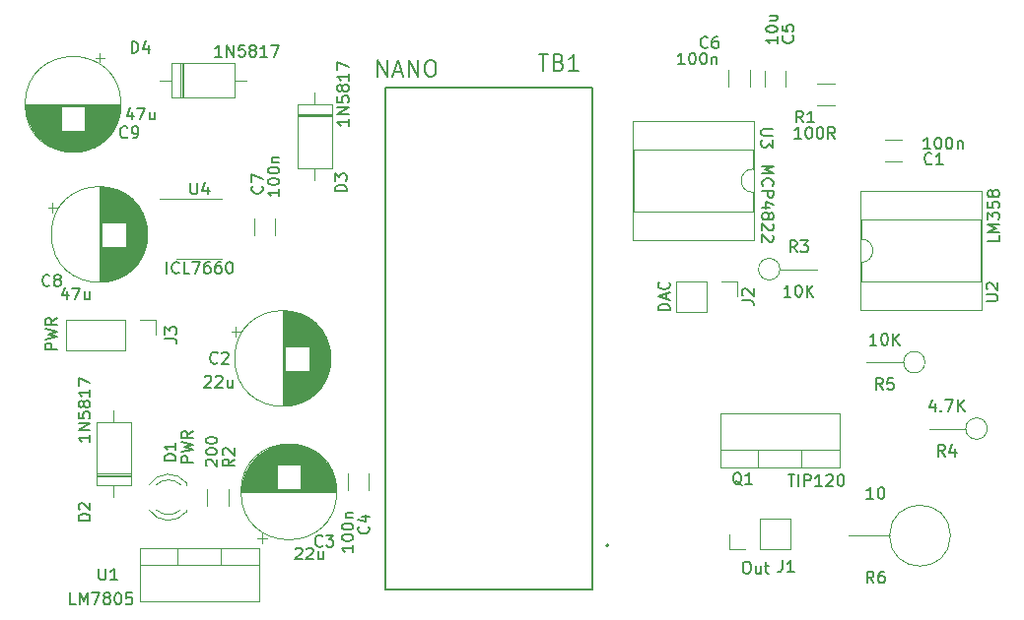
<source format=gbr>
%TF.GenerationSoftware,KiCad,Pcbnew,(6.0.7)*%
%TF.CreationDate,2023-04-14T13:01:04-04:00*%
%TF.ProjectId,NPN Tracer V2a,4e504e20-5472-4616-9365-72205632612e,rev?*%
%TF.SameCoordinates,Original*%
%TF.FileFunction,Legend,Top*%
%TF.FilePolarity,Positive*%
%FSLAX46Y46*%
G04 Gerber Fmt 4.6, Leading zero omitted, Abs format (unit mm)*
G04 Created by KiCad (PCBNEW (6.0.7)) date 2023-04-14 13:01:04*
%MOMM*%
%LPD*%
G01*
G04 APERTURE LIST*
%ADD10C,0.150000*%
%ADD11C,0.120000*%
%ADD12C,0.127000*%
%ADD13C,0.200000*%
G04 APERTURE END LIST*
D10*
%TO.C,D3*%
X75382380Y-85574095D02*
X74382380Y-85574095D01*
X74382380Y-85336000D01*
X74430000Y-85193142D01*
X74525238Y-85097904D01*
X74620476Y-85050285D01*
X74810952Y-85002666D01*
X74953809Y-85002666D01*
X75144285Y-85050285D01*
X75239523Y-85097904D01*
X75334761Y-85193142D01*
X75382380Y-85336000D01*
X75382380Y-85574095D01*
X74382380Y-84669333D02*
X74382380Y-84050285D01*
X74763333Y-84383619D01*
X74763333Y-84240761D01*
X74810952Y-84145523D01*
X74858571Y-84097904D01*
X74953809Y-84050285D01*
X75191904Y-84050285D01*
X75287142Y-84097904D01*
X75334761Y-84145523D01*
X75382380Y-84240761D01*
X75382380Y-84526476D01*
X75334761Y-84621714D01*
X75287142Y-84669333D01*
X75572880Y-79358857D02*
X75572880Y-79930285D01*
X75572880Y-79644571D02*
X74572880Y-79644571D01*
X74715738Y-79739809D01*
X74810976Y-79835047D01*
X74858595Y-79930285D01*
X75572880Y-78930285D02*
X74572880Y-78930285D01*
X75572880Y-78358857D01*
X74572880Y-78358857D01*
X74572880Y-77406476D02*
X74572880Y-77882666D01*
X75049071Y-77930285D01*
X75001452Y-77882666D01*
X74953833Y-77787428D01*
X74953833Y-77549333D01*
X75001452Y-77454095D01*
X75049071Y-77406476D01*
X75144309Y-77358857D01*
X75382404Y-77358857D01*
X75477642Y-77406476D01*
X75525261Y-77454095D01*
X75572880Y-77549333D01*
X75572880Y-77787428D01*
X75525261Y-77882666D01*
X75477642Y-77930285D01*
X75001452Y-76787428D02*
X74953833Y-76882666D01*
X74906214Y-76930285D01*
X74810976Y-76977904D01*
X74763357Y-76977904D01*
X74668119Y-76930285D01*
X74620500Y-76882666D01*
X74572880Y-76787428D01*
X74572880Y-76596952D01*
X74620500Y-76501714D01*
X74668119Y-76454095D01*
X74763357Y-76406476D01*
X74810976Y-76406476D01*
X74906214Y-76454095D01*
X74953833Y-76501714D01*
X75001452Y-76596952D01*
X75001452Y-76787428D01*
X75049071Y-76882666D01*
X75096690Y-76930285D01*
X75191928Y-76977904D01*
X75382404Y-76977904D01*
X75477642Y-76930285D01*
X75525261Y-76882666D01*
X75572880Y-76787428D01*
X75572880Y-76596952D01*
X75525261Y-76501714D01*
X75477642Y-76454095D01*
X75382404Y-76406476D01*
X75191928Y-76406476D01*
X75096690Y-76454095D01*
X75049071Y-76501714D01*
X75001452Y-76596952D01*
X75572880Y-75454095D02*
X75572880Y-76025523D01*
X75572880Y-75739809D02*
X74572880Y-75739809D01*
X74715738Y-75835047D01*
X74810976Y-75930285D01*
X74858595Y-76025523D01*
X74572880Y-75120761D02*
X74572880Y-74454095D01*
X75572880Y-74882666D01*
%TO.C,D2*%
X53347880Y-113895095D02*
X52347880Y-113895095D01*
X52347880Y-113657000D01*
X52395500Y-113514142D01*
X52490738Y-113418904D01*
X52585976Y-113371285D01*
X52776452Y-113323666D01*
X52919309Y-113323666D01*
X53109785Y-113371285D01*
X53205023Y-113418904D01*
X53300261Y-113514142D01*
X53347880Y-113657000D01*
X53347880Y-113895095D01*
X52443119Y-112942714D02*
X52395500Y-112895095D01*
X52347880Y-112799857D01*
X52347880Y-112561761D01*
X52395500Y-112466523D01*
X52443119Y-112418904D01*
X52538357Y-112371285D01*
X52633595Y-112371285D01*
X52776452Y-112418904D01*
X53347880Y-112990333D01*
X53347880Y-112371285D01*
X53347880Y-106536857D02*
X53347880Y-107108285D01*
X53347880Y-106822571D02*
X52347880Y-106822571D01*
X52490738Y-106917809D01*
X52585976Y-107013047D01*
X52633595Y-107108285D01*
X53347880Y-106108285D02*
X52347880Y-106108285D01*
X53347880Y-105536857D01*
X52347880Y-105536857D01*
X52347880Y-104584476D02*
X52347880Y-105060666D01*
X52824071Y-105108285D01*
X52776452Y-105060666D01*
X52728833Y-104965428D01*
X52728833Y-104727333D01*
X52776452Y-104632095D01*
X52824071Y-104584476D01*
X52919309Y-104536857D01*
X53157404Y-104536857D01*
X53252642Y-104584476D01*
X53300261Y-104632095D01*
X53347880Y-104727333D01*
X53347880Y-104965428D01*
X53300261Y-105060666D01*
X53252642Y-105108285D01*
X52776452Y-103965428D02*
X52728833Y-104060666D01*
X52681214Y-104108285D01*
X52585976Y-104155904D01*
X52538357Y-104155904D01*
X52443119Y-104108285D01*
X52395500Y-104060666D01*
X52347880Y-103965428D01*
X52347880Y-103774952D01*
X52395500Y-103679714D01*
X52443119Y-103632095D01*
X52538357Y-103584476D01*
X52585976Y-103584476D01*
X52681214Y-103632095D01*
X52728833Y-103679714D01*
X52776452Y-103774952D01*
X52776452Y-103965428D01*
X52824071Y-104060666D01*
X52871690Y-104108285D01*
X52966928Y-104155904D01*
X53157404Y-104155904D01*
X53252642Y-104108285D01*
X53300261Y-104060666D01*
X53347880Y-103965428D01*
X53347880Y-103774952D01*
X53300261Y-103679714D01*
X53252642Y-103632095D01*
X53157404Y-103584476D01*
X52966928Y-103584476D01*
X52871690Y-103632095D01*
X52824071Y-103679714D01*
X52776452Y-103774952D01*
X53347880Y-102632095D02*
X53347880Y-103203523D01*
X53347880Y-102917809D02*
X52347880Y-102917809D01*
X52490738Y-103013047D01*
X52585976Y-103108285D01*
X52633595Y-103203523D01*
X52347880Y-102298761D02*
X52347880Y-101632095D01*
X53347880Y-102060666D01*
%TO.C,Q1*%
X109315261Y-110848619D02*
X109220023Y-110801000D01*
X109124785Y-110705761D01*
X108981928Y-110562904D01*
X108886690Y-110515285D01*
X108791452Y-110515285D01*
X108839071Y-110753380D02*
X108743833Y-110705761D01*
X108648595Y-110610523D01*
X108600976Y-110420047D01*
X108600976Y-110086714D01*
X108648595Y-109896238D01*
X108743833Y-109801000D01*
X108839071Y-109753380D01*
X109029547Y-109753380D01*
X109124785Y-109801000D01*
X109220023Y-109896238D01*
X109267642Y-110086714D01*
X109267642Y-110420047D01*
X109220023Y-110610523D01*
X109124785Y-110705761D01*
X109029547Y-110753380D01*
X108839071Y-110753380D01*
X110220023Y-110753380D02*
X109648595Y-110753380D01*
X109934309Y-110753380D02*
X109934309Y-109753380D01*
X109839071Y-109896238D01*
X109743833Y-109991476D01*
X109648595Y-110039095D01*
X113308119Y-109928380D02*
X113879547Y-109928380D01*
X113593833Y-110928380D02*
X113593833Y-109928380D01*
X114212880Y-110928380D02*
X114212880Y-109928380D01*
X114689071Y-110928380D02*
X114689071Y-109928380D01*
X115070023Y-109928380D01*
X115165261Y-109976000D01*
X115212880Y-110023619D01*
X115260500Y-110118857D01*
X115260500Y-110261714D01*
X115212880Y-110356952D01*
X115165261Y-110404571D01*
X115070023Y-110452190D01*
X114689071Y-110452190D01*
X116212880Y-110928380D02*
X115641452Y-110928380D01*
X115927166Y-110928380D02*
X115927166Y-109928380D01*
X115831928Y-110071238D01*
X115736690Y-110166476D01*
X115641452Y-110214095D01*
X116593833Y-110023619D02*
X116641452Y-109976000D01*
X116736690Y-109928380D01*
X116974785Y-109928380D01*
X117070023Y-109976000D01*
X117117642Y-110023619D01*
X117165261Y-110118857D01*
X117165261Y-110214095D01*
X117117642Y-110356952D01*
X116546214Y-110928380D01*
X117165261Y-110928380D01*
X117784309Y-109928380D02*
X117879547Y-109928380D01*
X117974785Y-109976000D01*
X118022404Y-110023619D01*
X118070023Y-110118857D01*
X118117642Y-110309333D01*
X118117642Y-110547428D01*
X118070023Y-110737904D01*
X118022404Y-110833142D01*
X117974785Y-110880761D01*
X117879547Y-110928380D01*
X117784309Y-110928380D01*
X117689071Y-110880761D01*
X117641452Y-110833142D01*
X117593833Y-110737904D01*
X117546214Y-110547428D01*
X117546214Y-110309333D01*
X117593833Y-110118857D01*
X117641452Y-110023619D01*
X117689071Y-109976000D01*
X117784309Y-109928380D01*
%TO.C,R3*%
X114056333Y-90797880D02*
X113723000Y-90321690D01*
X113484904Y-90797880D02*
X113484904Y-89797880D01*
X113865857Y-89797880D01*
X113961095Y-89845500D01*
X114008714Y-89893119D01*
X114056333Y-89988357D01*
X114056333Y-90131214D01*
X114008714Y-90226452D01*
X113961095Y-90274071D01*
X113865857Y-90321690D01*
X113484904Y-90321690D01*
X114389666Y-89797880D02*
X115008714Y-89797880D01*
X114675380Y-90178833D01*
X114818238Y-90178833D01*
X114913476Y-90226452D01*
X114961095Y-90274071D01*
X115008714Y-90369309D01*
X115008714Y-90607404D01*
X114961095Y-90702642D01*
X114913476Y-90750261D01*
X114818238Y-90797880D01*
X114532523Y-90797880D01*
X114437285Y-90750261D01*
X114389666Y-90702642D01*
X113532523Y-94637880D02*
X112961095Y-94637880D01*
X113246809Y-94637880D02*
X113246809Y-93637880D01*
X113151571Y-93780738D01*
X113056333Y-93875976D01*
X112961095Y-93923595D01*
X114151571Y-93637880D02*
X114246809Y-93637880D01*
X114342047Y-93685500D01*
X114389666Y-93733119D01*
X114437285Y-93828357D01*
X114484904Y-94018833D01*
X114484904Y-94256928D01*
X114437285Y-94447404D01*
X114389666Y-94542642D01*
X114342047Y-94590261D01*
X114246809Y-94637880D01*
X114151571Y-94637880D01*
X114056333Y-94590261D01*
X114008714Y-94542642D01*
X113961095Y-94447404D01*
X113913476Y-94256928D01*
X113913476Y-94018833D01*
X113961095Y-93828357D01*
X114008714Y-93733119D01*
X114056333Y-93685500D01*
X114151571Y-93637880D01*
X114913476Y-94637880D02*
X114913476Y-93637880D01*
X115484904Y-94637880D02*
X115056333Y-94066452D01*
X115484904Y-93637880D02*
X114913476Y-94209309D01*
%TO.C,D1*%
X60713880Y-108751595D02*
X59713880Y-108751595D01*
X59713880Y-108513500D01*
X59761500Y-108370642D01*
X59856738Y-108275404D01*
X59951976Y-108227785D01*
X60142452Y-108180166D01*
X60285309Y-108180166D01*
X60475785Y-108227785D01*
X60571023Y-108275404D01*
X60666261Y-108370642D01*
X60713880Y-108513500D01*
X60713880Y-108751595D01*
X60713880Y-107227785D02*
X60713880Y-107799214D01*
X60713880Y-107513500D02*
X59713880Y-107513500D01*
X59856738Y-107608738D01*
X59951976Y-107703976D01*
X59999595Y-107799214D01*
X62174380Y-108902333D02*
X61174380Y-108902333D01*
X61174380Y-108521380D01*
X61222000Y-108426142D01*
X61269619Y-108378523D01*
X61364857Y-108330904D01*
X61507714Y-108330904D01*
X61602952Y-108378523D01*
X61650571Y-108426142D01*
X61698190Y-108521380D01*
X61698190Y-108902333D01*
X61174380Y-107997571D02*
X62174380Y-107759476D01*
X61460095Y-107569000D01*
X62174380Y-107378523D01*
X61174380Y-107140428D01*
X62174380Y-106188047D02*
X61698190Y-106521380D01*
X62174380Y-106759476D02*
X61174380Y-106759476D01*
X61174380Y-106378523D01*
X61222000Y-106283285D01*
X61269619Y-106235666D01*
X61364857Y-106188047D01*
X61507714Y-106188047D01*
X61602952Y-106235666D01*
X61650571Y-106283285D01*
X61698190Y-106378523D01*
X61698190Y-106759476D01*
%TO.C,U2*%
X130325880Y-94995904D02*
X131135404Y-94995904D01*
X131230642Y-94948285D01*
X131278261Y-94900666D01*
X131325880Y-94805428D01*
X131325880Y-94614952D01*
X131278261Y-94519714D01*
X131230642Y-94472095D01*
X131135404Y-94424476D01*
X130325880Y-94424476D01*
X130421119Y-93995904D02*
X130373500Y-93948285D01*
X130325880Y-93853047D01*
X130325880Y-93614952D01*
X130373500Y-93519714D01*
X130421119Y-93472095D01*
X130516357Y-93424476D01*
X130611595Y-93424476D01*
X130754452Y-93472095D01*
X131325880Y-94043523D01*
X131325880Y-93424476D01*
X131452880Y-89383976D02*
X131452880Y-89860166D01*
X130452880Y-89860166D01*
X131452880Y-89050642D02*
X130452880Y-89050642D01*
X131167166Y-88717309D01*
X130452880Y-88383976D01*
X131452880Y-88383976D01*
X130452880Y-88003023D02*
X130452880Y-87383976D01*
X130833833Y-87717309D01*
X130833833Y-87574452D01*
X130881452Y-87479214D01*
X130929071Y-87431595D01*
X131024309Y-87383976D01*
X131262404Y-87383976D01*
X131357642Y-87431595D01*
X131405261Y-87479214D01*
X131452880Y-87574452D01*
X131452880Y-87860166D01*
X131405261Y-87955404D01*
X131357642Y-88003023D01*
X130452880Y-86479214D02*
X130452880Y-86955404D01*
X130929071Y-87003023D01*
X130881452Y-86955404D01*
X130833833Y-86860166D01*
X130833833Y-86622071D01*
X130881452Y-86526833D01*
X130929071Y-86479214D01*
X131024309Y-86431595D01*
X131262404Y-86431595D01*
X131357642Y-86479214D01*
X131405261Y-86526833D01*
X131452880Y-86622071D01*
X131452880Y-86860166D01*
X131405261Y-86955404D01*
X131357642Y-87003023D01*
X130881452Y-85860166D02*
X130833833Y-85955404D01*
X130786214Y-86003023D01*
X130690976Y-86050642D01*
X130643357Y-86050642D01*
X130548119Y-86003023D01*
X130500500Y-85955404D01*
X130452880Y-85860166D01*
X130452880Y-85669690D01*
X130500500Y-85574452D01*
X130548119Y-85526833D01*
X130643357Y-85479214D01*
X130690976Y-85479214D01*
X130786214Y-85526833D01*
X130833833Y-85574452D01*
X130881452Y-85669690D01*
X130881452Y-85860166D01*
X130929071Y-85955404D01*
X130976690Y-86003023D01*
X131071928Y-86050642D01*
X131262404Y-86050642D01*
X131357642Y-86003023D01*
X131405261Y-85955404D01*
X131452880Y-85860166D01*
X131452880Y-85669690D01*
X131405261Y-85574452D01*
X131357642Y-85526833D01*
X131262404Y-85479214D01*
X131071928Y-85479214D01*
X130976690Y-85526833D01*
X130929071Y-85574452D01*
X130881452Y-85669690D01*
%TO.C,R1*%
X114603833Y-79636880D02*
X114270500Y-79160690D01*
X114032404Y-79636880D02*
X114032404Y-78636880D01*
X114413357Y-78636880D01*
X114508595Y-78684500D01*
X114556214Y-78732119D01*
X114603833Y-78827357D01*
X114603833Y-78970214D01*
X114556214Y-79065452D01*
X114508595Y-79113071D01*
X114413357Y-79160690D01*
X114032404Y-79160690D01*
X115556214Y-79636880D02*
X114984785Y-79636880D01*
X115270500Y-79636880D02*
X115270500Y-78636880D01*
X115175261Y-78779738D01*
X115080023Y-78874976D01*
X114984785Y-78922595D01*
X114429333Y-81033880D02*
X113857904Y-81033880D01*
X114143619Y-81033880D02*
X114143619Y-80033880D01*
X114048380Y-80176738D01*
X113953142Y-80271976D01*
X113857904Y-80319595D01*
X115048380Y-80033880D02*
X115143619Y-80033880D01*
X115238857Y-80081500D01*
X115286476Y-80129119D01*
X115334095Y-80224357D01*
X115381714Y-80414833D01*
X115381714Y-80652928D01*
X115334095Y-80843404D01*
X115286476Y-80938642D01*
X115238857Y-80986261D01*
X115143619Y-81033880D01*
X115048380Y-81033880D01*
X114953142Y-80986261D01*
X114905523Y-80938642D01*
X114857904Y-80843404D01*
X114810285Y-80652928D01*
X114810285Y-80414833D01*
X114857904Y-80224357D01*
X114905523Y-80129119D01*
X114953142Y-80081500D01*
X115048380Y-80033880D01*
X116000761Y-80033880D02*
X116096000Y-80033880D01*
X116191238Y-80081500D01*
X116238857Y-80129119D01*
X116286476Y-80224357D01*
X116334095Y-80414833D01*
X116334095Y-80652928D01*
X116286476Y-80843404D01*
X116238857Y-80938642D01*
X116191238Y-80986261D01*
X116096000Y-81033880D01*
X116000761Y-81033880D01*
X115905523Y-80986261D01*
X115857904Y-80938642D01*
X115810285Y-80843404D01*
X115762666Y-80652928D01*
X115762666Y-80414833D01*
X115810285Y-80224357D01*
X115857904Y-80129119D01*
X115905523Y-80081500D01*
X116000761Y-80033880D01*
X117334095Y-81033880D02*
X117000761Y-80557690D01*
X116762666Y-81033880D02*
X116762666Y-80033880D01*
X117143619Y-80033880D01*
X117238857Y-80081500D01*
X117286476Y-80129119D01*
X117334095Y-80224357D01*
X117334095Y-80367214D01*
X117286476Y-80462452D01*
X117238857Y-80510071D01*
X117143619Y-80557690D01*
X116762666Y-80557690D01*
%TO.C,C4*%
X77255642Y-114403166D02*
X77303261Y-114450785D01*
X77350880Y-114593642D01*
X77350880Y-114688880D01*
X77303261Y-114831738D01*
X77208023Y-114926976D01*
X77112785Y-114974595D01*
X76922309Y-115022214D01*
X76779452Y-115022214D01*
X76588976Y-114974595D01*
X76493738Y-114926976D01*
X76398500Y-114831738D01*
X76350880Y-114688880D01*
X76350880Y-114593642D01*
X76398500Y-114450785D01*
X76446119Y-114403166D01*
X76684214Y-113546023D02*
X77350880Y-113546023D01*
X76303261Y-113784119D02*
X77017547Y-114022214D01*
X77017547Y-113403166D01*
X75953880Y-116015547D02*
X75953880Y-116586976D01*
X75953880Y-116301261D02*
X74953880Y-116301261D01*
X75096738Y-116396500D01*
X75191976Y-116491738D01*
X75239595Y-116586976D01*
X74953880Y-115396500D02*
X74953880Y-115301261D01*
X75001500Y-115206023D01*
X75049119Y-115158404D01*
X75144357Y-115110785D01*
X75334833Y-115063166D01*
X75572928Y-115063166D01*
X75763404Y-115110785D01*
X75858642Y-115158404D01*
X75906261Y-115206023D01*
X75953880Y-115301261D01*
X75953880Y-115396500D01*
X75906261Y-115491738D01*
X75858642Y-115539357D01*
X75763404Y-115586976D01*
X75572928Y-115634595D01*
X75334833Y-115634595D01*
X75144357Y-115586976D01*
X75049119Y-115539357D01*
X75001500Y-115491738D01*
X74953880Y-115396500D01*
X74953880Y-114444119D02*
X74953880Y-114348880D01*
X75001500Y-114253642D01*
X75049119Y-114206023D01*
X75144357Y-114158404D01*
X75334833Y-114110785D01*
X75572928Y-114110785D01*
X75763404Y-114158404D01*
X75858642Y-114206023D01*
X75906261Y-114253642D01*
X75953880Y-114348880D01*
X75953880Y-114444119D01*
X75906261Y-114539357D01*
X75858642Y-114586976D01*
X75763404Y-114634595D01*
X75572928Y-114682214D01*
X75334833Y-114682214D01*
X75144357Y-114634595D01*
X75049119Y-114586976D01*
X75001500Y-114539357D01*
X74953880Y-114444119D01*
X75287214Y-113682214D02*
X75953880Y-113682214D01*
X75382452Y-113682214D02*
X75334833Y-113634595D01*
X75287214Y-113539357D01*
X75287214Y-113396500D01*
X75334833Y-113301261D01*
X75430071Y-113253642D01*
X75953880Y-113253642D01*
%TO.C,D4*%
X56919904Y-73667880D02*
X56919904Y-72667880D01*
X57158000Y-72667880D01*
X57300857Y-72715500D01*
X57396095Y-72810738D01*
X57443714Y-72905976D01*
X57491333Y-73096452D01*
X57491333Y-73239309D01*
X57443714Y-73429785D01*
X57396095Y-73525023D01*
X57300857Y-73620261D01*
X57158000Y-73667880D01*
X56919904Y-73667880D01*
X58348476Y-73001214D02*
X58348476Y-73667880D01*
X58110380Y-72620261D02*
X57872285Y-73334547D01*
X58491333Y-73334547D01*
X64659142Y-73985380D02*
X64087714Y-73985380D01*
X64373428Y-73985380D02*
X64373428Y-72985380D01*
X64278190Y-73128238D01*
X64182952Y-73223476D01*
X64087714Y-73271095D01*
X65087714Y-73985380D02*
X65087714Y-72985380D01*
X65659142Y-73985380D01*
X65659142Y-72985380D01*
X66611523Y-72985380D02*
X66135333Y-72985380D01*
X66087714Y-73461571D01*
X66135333Y-73413952D01*
X66230571Y-73366333D01*
X66468666Y-73366333D01*
X66563904Y-73413952D01*
X66611523Y-73461571D01*
X66659142Y-73556809D01*
X66659142Y-73794904D01*
X66611523Y-73890142D01*
X66563904Y-73937761D01*
X66468666Y-73985380D01*
X66230571Y-73985380D01*
X66135333Y-73937761D01*
X66087714Y-73890142D01*
X67230571Y-73413952D02*
X67135333Y-73366333D01*
X67087714Y-73318714D01*
X67040095Y-73223476D01*
X67040095Y-73175857D01*
X67087714Y-73080619D01*
X67135333Y-73033000D01*
X67230571Y-72985380D01*
X67421047Y-72985380D01*
X67516285Y-73033000D01*
X67563904Y-73080619D01*
X67611523Y-73175857D01*
X67611523Y-73223476D01*
X67563904Y-73318714D01*
X67516285Y-73366333D01*
X67421047Y-73413952D01*
X67230571Y-73413952D01*
X67135333Y-73461571D01*
X67087714Y-73509190D01*
X67040095Y-73604428D01*
X67040095Y-73794904D01*
X67087714Y-73890142D01*
X67135333Y-73937761D01*
X67230571Y-73985380D01*
X67421047Y-73985380D01*
X67516285Y-73937761D01*
X67563904Y-73890142D01*
X67611523Y-73794904D01*
X67611523Y-73604428D01*
X67563904Y-73509190D01*
X67516285Y-73461571D01*
X67421047Y-73413952D01*
X68563904Y-73985380D02*
X67992476Y-73985380D01*
X68278190Y-73985380D02*
X68278190Y-72985380D01*
X68182952Y-73128238D01*
X68087714Y-73223476D01*
X67992476Y-73271095D01*
X68897238Y-72985380D02*
X69563904Y-72985380D01*
X69135333Y-73985380D01*
%TO.C,R2*%
X65730380Y-108624666D02*
X65254190Y-108958000D01*
X65730380Y-109196095D02*
X64730380Y-109196095D01*
X64730380Y-108815142D01*
X64778000Y-108719904D01*
X64825619Y-108672285D01*
X64920857Y-108624666D01*
X65063714Y-108624666D01*
X65158952Y-108672285D01*
X65206571Y-108719904D01*
X65254190Y-108815142D01*
X65254190Y-109196095D01*
X64825619Y-108243714D02*
X64778000Y-108196095D01*
X64730380Y-108100857D01*
X64730380Y-107862761D01*
X64778000Y-107767523D01*
X64825619Y-107719904D01*
X64920857Y-107672285D01*
X65016095Y-107672285D01*
X65158952Y-107719904D01*
X65730380Y-108291333D01*
X65730380Y-107672285D01*
X63365119Y-109188095D02*
X63317500Y-109140476D01*
X63269880Y-109045238D01*
X63269880Y-108807142D01*
X63317500Y-108711904D01*
X63365119Y-108664285D01*
X63460357Y-108616666D01*
X63555595Y-108616666D01*
X63698452Y-108664285D01*
X64269880Y-109235714D01*
X64269880Y-108616666D01*
X63269880Y-107997619D02*
X63269880Y-107902380D01*
X63317500Y-107807142D01*
X63365119Y-107759523D01*
X63460357Y-107711904D01*
X63650833Y-107664285D01*
X63888928Y-107664285D01*
X64079404Y-107711904D01*
X64174642Y-107759523D01*
X64222261Y-107807142D01*
X64269880Y-107902380D01*
X64269880Y-107997619D01*
X64222261Y-108092857D01*
X64174642Y-108140476D01*
X64079404Y-108188095D01*
X63888928Y-108235714D01*
X63650833Y-108235714D01*
X63460357Y-108188095D01*
X63365119Y-108140476D01*
X63317500Y-108092857D01*
X63269880Y-107997619D01*
X63269880Y-107045238D02*
X63269880Y-106950000D01*
X63317500Y-106854761D01*
X63365119Y-106807142D01*
X63460357Y-106759523D01*
X63650833Y-106711904D01*
X63888928Y-106711904D01*
X64079404Y-106759523D01*
X64174642Y-106807142D01*
X64222261Y-106854761D01*
X64269880Y-106950000D01*
X64269880Y-107045238D01*
X64222261Y-107140476D01*
X64174642Y-107188095D01*
X64079404Y-107235714D01*
X63888928Y-107283333D01*
X63650833Y-107283333D01*
X63460357Y-107235714D01*
X63365119Y-107188095D01*
X63317500Y-107140476D01*
X63269880Y-107045238D01*
%TO.C,J2*%
X109351380Y-94948333D02*
X110065666Y-94948333D01*
X110208523Y-94995952D01*
X110303761Y-95091190D01*
X110351380Y-95234047D01*
X110351380Y-95329285D01*
X109446619Y-94519761D02*
X109399000Y-94472142D01*
X109351380Y-94376904D01*
X109351380Y-94138809D01*
X109399000Y-94043571D01*
X109446619Y-93995952D01*
X109541857Y-93948333D01*
X109637095Y-93948333D01*
X109779952Y-93995952D01*
X110351380Y-94567380D01*
X110351380Y-93948333D01*
X103151380Y-95805476D02*
X102151380Y-95805476D01*
X102151380Y-95567380D01*
X102199000Y-95424523D01*
X102294238Y-95329285D01*
X102389476Y-95281666D01*
X102579952Y-95234047D01*
X102722809Y-95234047D01*
X102913285Y-95281666D01*
X103008523Y-95329285D01*
X103103761Y-95424523D01*
X103151380Y-95567380D01*
X103151380Y-95805476D01*
X102865666Y-94853095D02*
X102865666Y-94376904D01*
X103151380Y-94948333D02*
X102151380Y-94615000D01*
X103151380Y-94281666D01*
X103056142Y-93376904D02*
X103103761Y-93424523D01*
X103151380Y-93567380D01*
X103151380Y-93662619D01*
X103103761Y-93805476D01*
X103008523Y-93900714D01*
X102913285Y-93948333D01*
X102722809Y-93995952D01*
X102579952Y-93995952D01*
X102389476Y-93948333D01*
X102294238Y-93900714D01*
X102199000Y-93805476D01*
X102151380Y-93662619D01*
X102151380Y-93567380D01*
X102199000Y-93424523D01*
X102246619Y-93376904D01*
%TO.C,C8*%
X49871333Y-93638642D02*
X49823714Y-93686261D01*
X49680857Y-93733880D01*
X49585619Y-93733880D01*
X49442761Y-93686261D01*
X49347523Y-93591023D01*
X49299904Y-93495785D01*
X49252285Y-93305309D01*
X49252285Y-93162452D01*
X49299904Y-92971976D01*
X49347523Y-92876738D01*
X49442761Y-92781500D01*
X49585619Y-92733880D01*
X49680857Y-92733880D01*
X49823714Y-92781500D01*
X49871333Y-92829119D01*
X50442761Y-93162452D02*
X50347523Y-93114833D01*
X50299904Y-93067214D01*
X50252285Y-92971976D01*
X50252285Y-92924357D01*
X50299904Y-92829119D01*
X50347523Y-92781500D01*
X50442761Y-92733880D01*
X50633238Y-92733880D01*
X50728476Y-92781500D01*
X50776095Y-92829119D01*
X50823714Y-92924357D01*
X50823714Y-92971976D01*
X50776095Y-93067214D01*
X50728476Y-93114833D01*
X50633238Y-93162452D01*
X50442761Y-93162452D01*
X50347523Y-93210071D01*
X50299904Y-93257690D01*
X50252285Y-93352928D01*
X50252285Y-93543404D01*
X50299904Y-93638642D01*
X50347523Y-93686261D01*
X50442761Y-93733880D01*
X50633238Y-93733880D01*
X50728476Y-93686261D01*
X50776095Y-93638642D01*
X50823714Y-93543404D01*
X50823714Y-93352928D01*
X50776095Y-93257690D01*
X50728476Y-93210071D01*
X50633238Y-93162452D01*
X51395404Y-94210214D02*
X51395404Y-94876880D01*
X51157309Y-93829261D02*
X50919214Y-94543547D01*
X51538261Y-94543547D01*
X51823976Y-93876880D02*
X52490642Y-93876880D01*
X52062071Y-94876880D01*
X53300166Y-94210214D02*
X53300166Y-94876880D01*
X52871595Y-94210214D02*
X52871595Y-94734023D01*
X52919214Y-94829261D01*
X53014452Y-94876880D01*
X53157309Y-94876880D01*
X53252547Y-94829261D01*
X53300166Y-94781642D01*
%TO.C,C2*%
X64285833Y-100306142D02*
X64238214Y-100353761D01*
X64095357Y-100401380D01*
X64000119Y-100401380D01*
X63857261Y-100353761D01*
X63762023Y-100258523D01*
X63714404Y-100163285D01*
X63666785Y-99972809D01*
X63666785Y-99829952D01*
X63714404Y-99639476D01*
X63762023Y-99544238D01*
X63857261Y-99449000D01*
X64000119Y-99401380D01*
X64095357Y-99401380D01*
X64238214Y-99449000D01*
X64285833Y-99496619D01*
X64666785Y-99496619D02*
X64714404Y-99449000D01*
X64809642Y-99401380D01*
X65047738Y-99401380D01*
X65142976Y-99449000D01*
X65190595Y-99496619D01*
X65238214Y-99591857D01*
X65238214Y-99687095D01*
X65190595Y-99829952D01*
X64619166Y-100401380D01*
X65238214Y-100401380D01*
X63174714Y-101528619D02*
X63222333Y-101481000D01*
X63317571Y-101433380D01*
X63555666Y-101433380D01*
X63650904Y-101481000D01*
X63698523Y-101528619D01*
X63746142Y-101623857D01*
X63746142Y-101719095D01*
X63698523Y-101861952D01*
X63127095Y-102433380D01*
X63746142Y-102433380D01*
X64127095Y-101528619D02*
X64174714Y-101481000D01*
X64269952Y-101433380D01*
X64508047Y-101433380D01*
X64603285Y-101481000D01*
X64650904Y-101528619D01*
X64698523Y-101623857D01*
X64698523Y-101719095D01*
X64650904Y-101861952D01*
X64079476Y-102433380D01*
X64698523Y-102433380D01*
X65555666Y-101766714D02*
X65555666Y-102433380D01*
X65127095Y-101766714D02*
X65127095Y-102290523D01*
X65174714Y-102385761D01*
X65269952Y-102433380D01*
X65412809Y-102433380D01*
X65508047Y-102385761D01*
X65555666Y-102338142D01*
%TO.C,U1*%
X54102095Y-118006880D02*
X54102095Y-118816404D01*
X54149714Y-118911642D01*
X54197333Y-118959261D01*
X54292571Y-119006880D01*
X54483047Y-119006880D01*
X54578285Y-118959261D01*
X54625904Y-118911642D01*
X54673523Y-118816404D01*
X54673523Y-118006880D01*
X55673523Y-119006880D02*
X55102095Y-119006880D01*
X55387809Y-119006880D02*
X55387809Y-118006880D01*
X55292571Y-118149738D01*
X55197333Y-118244976D01*
X55102095Y-118292595D01*
X52125833Y-121102380D02*
X51649642Y-121102380D01*
X51649642Y-120102380D01*
X52459166Y-121102380D02*
X52459166Y-120102380D01*
X52792500Y-120816666D01*
X53125833Y-120102380D01*
X53125833Y-121102380D01*
X53506785Y-120102380D02*
X54173452Y-120102380D01*
X53744880Y-121102380D01*
X54697261Y-120530952D02*
X54602023Y-120483333D01*
X54554404Y-120435714D01*
X54506785Y-120340476D01*
X54506785Y-120292857D01*
X54554404Y-120197619D01*
X54602023Y-120150000D01*
X54697261Y-120102380D01*
X54887738Y-120102380D01*
X54982976Y-120150000D01*
X55030595Y-120197619D01*
X55078214Y-120292857D01*
X55078214Y-120340476D01*
X55030595Y-120435714D01*
X54982976Y-120483333D01*
X54887738Y-120530952D01*
X54697261Y-120530952D01*
X54602023Y-120578571D01*
X54554404Y-120626190D01*
X54506785Y-120721428D01*
X54506785Y-120911904D01*
X54554404Y-121007142D01*
X54602023Y-121054761D01*
X54697261Y-121102380D01*
X54887738Y-121102380D01*
X54982976Y-121054761D01*
X55030595Y-121007142D01*
X55078214Y-120911904D01*
X55078214Y-120721428D01*
X55030595Y-120626190D01*
X54982976Y-120578571D01*
X54887738Y-120530952D01*
X55697261Y-120102380D02*
X55792500Y-120102380D01*
X55887738Y-120150000D01*
X55935357Y-120197619D01*
X55982976Y-120292857D01*
X56030595Y-120483333D01*
X56030595Y-120721428D01*
X55982976Y-120911904D01*
X55935357Y-121007142D01*
X55887738Y-121054761D01*
X55792500Y-121102380D01*
X55697261Y-121102380D01*
X55602023Y-121054761D01*
X55554404Y-121007142D01*
X55506785Y-120911904D01*
X55459166Y-120721428D01*
X55459166Y-120483333D01*
X55506785Y-120292857D01*
X55554404Y-120197619D01*
X55602023Y-120150000D01*
X55697261Y-120102380D01*
X56935357Y-120102380D02*
X56459166Y-120102380D01*
X56411547Y-120578571D01*
X56459166Y-120530952D01*
X56554404Y-120483333D01*
X56792500Y-120483333D01*
X56887738Y-120530952D01*
X56935357Y-120578571D01*
X56982976Y-120673809D01*
X56982976Y-120911904D01*
X56935357Y-121007142D01*
X56887738Y-121054761D01*
X56792500Y-121102380D01*
X56554404Y-121102380D01*
X56459166Y-121054761D01*
X56411547Y-121007142D01*
%TO.C,C7*%
X68111642Y-85129666D02*
X68159261Y-85177285D01*
X68206880Y-85320142D01*
X68206880Y-85415380D01*
X68159261Y-85558238D01*
X68064023Y-85653476D01*
X67968785Y-85701095D01*
X67778309Y-85748714D01*
X67635452Y-85748714D01*
X67444976Y-85701095D01*
X67349738Y-85653476D01*
X67254500Y-85558238D01*
X67206880Y-85415380D01*
X67206880Y-85320142D01*
X67254500Y-85177285D01*
X67302119Y-85129666D01*
X67206880Y-84796333D02*
X67206880Y-84129666D01*
X68206880Y-84558238D01*
X69603880Y-85383547D02*
X69603880Y-85954976D01*
X69603880Y-85669261D02*
X68603880Y-85669261D01*
X68746738Y-85764500D01*
X68841976Y-85859738D01*
X68889595Y-85954976D01*
X68603880Y-84764500D02*
X68603880Y-84669261D01*
X68651500Y-84574023D01*
X68699119Y-84526404D01*
X68794357Y-84478785D01*
X68984833Y-84431166D01*
X69222928Y-84431166D01*
X69413404Y-84478785D01*
X69508642Y-84526404D01*
X69556261Y-84574023D01*
X69603880Y-84669261D01*
X69603880Y-84764500D01*
X69556261Y-84859738D01*
X69508642Y-84907357D01*
X69413404Y-84954976D01*
X69222928Y-85002595D01*
X68984833Y-85002595D01*
X68794357Y-84954976D01*
X68699119Y-84907357D01*
X68651500Y-84859738D01*
X68603880Y-84764500D01*
X68603880Y-83812119D02*
X68603880Y-83716880D01*
X68651500Y-83621642D01*
X68699119Y-83574023D01*
X68794357Y-83526404D01*
X68984833Y-83478785D01*
X69222928Y-83478785D01*
X69413404Y-83526404D01*
X69508642Y-83574023D01*
X69556261Y-83621642D01*
X69603880Y-83716880D01*
X69603880Y-83812119D01*
X69556261Y-83907357D01*
X69508642Y-83954976D01*
X69413404Y-84002595D01*
X69222928Y-84050214D01*
X68984833Y-84050214D01*
X68794357Y-84002595D01*
X68699119Y-83954976D01*
X68651500Y-83907357D01*
X68603880Y-83812119D01*
X68937214Y-83050214D02*
X69603880Y-83050214D01*
X69032452Y-83050214D02*
X68984833Y-83002595D01*
X68937214Y-82907357D01*
X68937214Y-82764500D01*
X68984833Y-82669261D01*
X69080071Y-82621642D01*
X69603880Y-82621642D01*
%TO.C,C3*%
X73302833Y-116054142D02*
X73255214Y-116101761D01*
X73112357Y-116149380D01*
X73017119Y-116149380D01*
X72874261Y-116101761D01*
X72779023Y-116006523D01*
X72731404Y-115911285D01*
X72683785Y-115720809D01*
X72683785Y-115577952D01*
X72731404Y-115387476D01*
X72779023Y-115292238D01*
X72874261Y-115197000D01*
X73017119Y-115149380D01*
X73112357Y-115149380D01*
X73255214Y-115197000D01*
X73302833Y-115244619D01*
X73636166Y-115149380D02*
X74255214Y-115149380D01*
X73921880Y-115530333D01*
X74064738Y-115530333D01*
X74159976Y-115577952D01*
X74207595Y-115625571D01*
X74255214Y-115720809D01*
X74255214Y-115958904D01*
X74207595Y-116054142D01*
X74159976Y-116101761D01*
X74064738Y-116149380D01*
X73779023Y-116149380D01*
X73683785Y-116101761D01*
X73636166Y-116054142D01*
X70985214Y-116324119D02*
X71032833Y-116276500D01*
X71128071Y-116228880D01*
X71366166Y-116228880D01*
X71461404Y-116276500D01*
X71509023Y-116324119D01*
X71556642Y-116419357D01*
X71556642Y-116514595D01*
X71509023Y-116657452D01*
X70937595Y-117228880D01*
X71556642Y-117228880D01*
X71937595Y-116324119D02*
X71985214Y-116276500D01*
X72080452Y-116228880D01*
X72318547Y-116228880D01*
X72413785Y-116276500D01*
X72461404Y-116324119D01*
X72509023Y-116419357D01*
X72509023Y-116514595D01*
X72461404Y-116657452D01*
X71889976Y-117228880D01*
X72509023Y-117228880D01*
X73366166Y-116562214D02*
X73366166Y-117228880D01*
X72937595Y-116562214D02*
X72937595Y-117086023D01*
X72985214Y-117181261D01*
X73080452Y-117228880D01*
X73223309Y-117228880D01*
X73318547Y-117181261D01*
X73366166Y-117133642D01*
%TO.C,C6*%
X106386333Y-73153142D02*
X106338714Y-73200761D01*
X106195857Y-73248380D01*
X106100619Y-73248380D01*
X105957761Y-73200761D01*
X105862523Y-73105523D01*
X105814904Y-73010285D01*
X105767285Y-72819809D01*
X105767285Y-72676952D01*
X105814904Y-72486476D01*
X105862523Y-72391238D01*
X105957761Y-72296000D01*
X106100619Y-72248380D01*
X106195857Y-72248380D01*
X106338714Y-72296000D01*
X106386333Y-72343619D01*
X107243476Y-72248380D02*
X107053000Y-72248380D01*
X106957761Y-72296000D01*
X106910142Y-72343619D01*
X106814904Y-72486476D01*
X106767285Y-72676952D01*
X106767285Y-73057904D01*
X106814904Y-73153142D01*
X106862523Y-73200761D01*
X106957761Y-73248380D01*
X107148238Y-73248380D01*
X107243476Y-73200761D01*
X107291095Y-73153142D01*
X107338714Y-73057904D01*
X107338714Y-72819809D01*
X107291095Y-72724571D01*
X107243476Y-72676952D01*
X107148238Y-72629333D01*
X106957761Y-72629333D01*
X106862523Y-72676952D01*
X106814904Y-72724571D01*
X106767285Y-72819809D01*
X104417952Y-74645380D02*
X103846523Y-74645380D01*
X104132238Y-74645380D02*
X104132238Y-73645380D01*
X104037000Y-73788238D01*
X103941761Y-73883476D01*
X103846523Y-73931095D01*
X105037000Y-73645380D02*
X105132238Y-73645380D01*
X105227476Y-73693000D01*
X105275095Y-73740619D01*
X105322714Y-73835857D01*
X105370333Y-74026333D01*
X105370333Y-74264428D01*
X105322714Y-74454904D01*
X105275095Y-74550142D01*
X105227476Y-74597761D01*
X105132238Y-74645380D01*
X105037000Y-74645380D01*
X104941761Y-74597761D01*
X104894142Y-74550142D01*
X104846523Y-74454904D01*
X104798904Y-74264428D01*
X104798904Y-74026333D01*
X104846523Y-73835857D01*
X104894142Y-73740619D01*
X104941761Y-73693000D01*
X105037000Y-73645380D01*
X105989380Y-73645380D02*
X106084619Y-73645380D01*
X106179857Y-73693000D01*
X106227476Y-73740619D01*
X106275095Y-73835857D01*
X106322714Y-74026333D01*
X106322714Y-74264428D01*
X106275095Y-74454904D01*
X106227476Y-74550142D01*
X106179857Y-74597761D01*
X106084619Y-74645380D01*
X105989380Y-74645380D01*
X105894142Y-74597761D01*
X105846523Y-74550142D01*
X105798904Y-74454904D01*
X105751285Y-74264428D01*
X105751285Y-74026333D01*
X105798904Y-73835857D01*
X105846523Y-73740619D01*
X105894142Y-73693000D01*
X105989380Y-73645380D01*
X106751285Y-73978714D02*
X106751285Y-74645380D01*
X106751285Y-74073952D02*
X106798904Y-74026333D01*
X106894142Y-73978714D01*
X107037000Y-73978714D01*
X107132238Y-74026333D01*
X107179857Y-74121571D01*
X107179857Y-74645380D01*
%TO.C,U4*%
X61976095Y-84825380D02*
X61976095Y-85634904D01*
X62023714Y-85730142D01*
X62071333Y-85777761D01*
X62166571Y-85825380D01*
X62357047Y-85825380D01*
X62452285Y-85777761D01*
X62499904Y-85730142D01*
X62547523Y-85634904D01*
X62547523Y-84825380D01*
X63452285Y-85158714D02*
X63452285Y-85825380D01*
X63214190Y-84777761D02*
X62976095Y-85492047D01*
X63595142Y-85492047D01*
X59928476Y-92625380D02*
X59928476Y-91625380D01*
X60976095Y-92530142D02*
X60928476Y-92577761D01*
X60785619Y-92625380D01*
X60690380Y-92625380D01*
X60547523Y-92577761D01*
X60452285Y-92482523D01*
X60404666Y-92387285D01*
X60357047Y-92196809D01*
X60357047Y-92053952D01*
X60404666Y-91863476D01*
X60452285Y-91768238D01*
X60547523Y-91673000D01*
X60690380Y-91625380D01*
X60785619Y-91625380D01*
X60928476Y-91673000D01*
X60976095Y-91720619D01*
X61880857Y-92625380D02*
X61404666Y-92625380D01*
X61404666Y-91625380D01*
X62118952Y-91625380D02*
X62785619Y-91625380D01*
X62357047Y-92625380D01*
X63595142Y-91625380D02*
X63404666Y-91625380D01*
X63309428Y-91673000D01*
X63261809Y-91720619D01*
X63166571Y-91863476D01*
X63118952Y-92053952D01*
X63118952Y-92434904D01*
X63166571Y-92530142D01*
X63214190Y-92577761D01*
X63309428Y-92625380D01*
X63499904Y-92625380D01*
X63595142Y-92577761D01*
X63642761Y-92530142D01*
X63690380Y-92434904D01*
X63690380Y-92196809D01*
X63642761Y-92101571D01*
X63595142Y-92053952D01*
X63499904Y-92006333D01*
X63309428Y-92006333D01*
X63214190Y-92053952D01*
X63166571Y-92101571D01*
X63118952Y-92196809D01*
X64547523Y-91625380D02*
X64357047Y-91625380D01*
X64261809Y-91673000D01*
X64214190Y-91720619D01*
X64118952Y-91863476D01*
X64071333Y-92053952D01*
X64071333Y-92434904D01*
X64118952Y-92530142D01*
X64166571Y-92577761D01*
X64261809Y-92625380D01*
X64452285Y-92625380D01*
X64547523Y-92577761D01*
X64595142Y-92530142D01*
X64642761Y-92434904D01*
X64642761Y-92196809D01*
X64595142Y-92101571D01*
X64547523Y-92053952D01*
X64452285Y-92006333D01*
X64261809Y-92006333D01*
X64166571Y-92053952D01*
X64118952Y-92101571D01*
X64071333Y-92196809D01*
X65261809Y-91625380D02*
X65357047Y-91625380D01*
X65452285Y-91673000D01*
X65499904Y-91720619D01*
X65547523Y-91815857D01*
X65595142Y-92006333D01*
X65595142Y-92244428D01*
X65547523Y-92434904D01*
X65499904Y-92530142D01*
X65452285Y-92577761D01*
X65357047Y-92625380D01*
X65261809Y-92625380D01*
X65166571Y-92577761D01*
X65118952Y-92530142D01*
X65071333Y-92434904D01*
X65023714Y-92244428D01*
X65023714Y-92006333D01*
X65071333Y-91815857D01*
X65118952Y-91720619D01*
X65166571Y-91673000D01*
X65261809Y-91625380D01*
%TO.C,C9*%
X56538833Y-80884793D02*
X56491214Y-80932412D01*
X56348357Y-80980031D01*
X56253119Y-80980031D01*
X56110261Y-80932412D01*
X56015023Y-80837174D01*
X55967404Y-80741936D01*
X55919785Y-80551460D01*
X55919785Y-80408603D01*
X55967404Y-80218127D01*
X56015023Y-80122889D01*
X56110261Y-80027651D01*
X56253119Y-79980031D01*
X56348357Y-79980031D01*
X56491214Y-80027651D01*
X56538833Y-80075270D01*
X57015023Y-80980031D02*
X57205500Y-80980031D01*
X57300738Y-80932412D01*
X57348357Y-80884793D01*
X57443595Y-80741936D01*
X57491214Y-80551460D01*
X57491214Y-80170508D01*
X57443595Y-80075270D01*
X57395976Y-80027651D01*
X57300738Y-79980031D01*
X57110261Y-79980031D01*
X57015023Y-80027651D01*
X56967404Y-80075270D01*
X56919785Y-80170508D01*
X56919785Y-80408603D01*
X56967404Y-80503841D01*
X57015023Y-80551460D01*
X57110261Y-80599079D01*
X57300738Y-80599079D01*
X57395976Y-80551460D01*
X57443595Y-80503841D01*
X57491214Y-80408603D01*
X56983404Y-78725865D02*
X56983404Y-79392531D01*
X56745309Y-78344912D02*
X56507214Y-79059198D01*
X57126261Y-79059198D01*
X57411976Y-78392531D02*
X58078642Y-78392531D01*
X57650071Y-79392531D01*
X58888166Y-78725865D02*
X58888166Y-79392531D01*
X58459595Y-78725865D02*
X58459595Y-79249674D01*
X58507214Y-79344912D01*
X58602452Y-79392531D01*
X58745309Y-79392531D01*
X58840547Y-79344912D01*
X58888166Y-79297293D01*
%TO.C,U3*%
X111990119Y-80200595D02*
X111180595Y-80200595D01*
X111085357Y-80248214D01*
X111037738Y-80295833D01*
X110990119Y-80391071D01*
X110990119Y-80581547D01*
X111037738Y-80676785D01*
X111085357Y-80724404D01*
X111180595Y-80772023D01*
X111990119Y-80772023D01*
X111990119Y-81152976D02*
X111990119Y-81772023D01*
X111609166Y-81438690D01*
X111609166Y-81581547D01*
X111561547Y-81676785D01*
X111513928Y-81724404D01*
X111418690Y-81772023D01*
X111180595Y-81772023D01*
X111085357Y-81724404D01*
X111037738Y-81676785D01*
X110990119Y-81581547D01*
X110990119Y-81295833D01*
X111037738Y-81200595D01*
X111085357Y-81152976D01*
X111053619Y-83375904D02*
X112053619Y-83375904D01*
X111339333Y-83709238D01*
X112053619Y-84042571D01*
X111053619Y-84042571D01*
X111148857Y-85090190D02*
X111101238Y-85042571D01*
X111053619Y-84899714D01*
X111053619Y-84804476D01*
X111101238Y-84661619D01*
X111196476Y-84566380D01*
X111291714Y-84518761D01*
X111482190Y-84471142D01*
X111625047Y-84471142D01*
X111815523Y-84518761D01*
X111910761Y-84566380D01*
X112006000Y-84661619D01*
X112053619Y-84804476D01*
X112053619Y-84899714D01*
X112006000Y-85042571D01*
X111958380Y-85090190D01*
X111053619Y-85518761D02*
X112053619Y-85518761D01*
X112053619Y-85899714D01*
X112006000Y-85994952D01*
X111958380Y-86042571D01*
X111863142Y-86090190D01*
X111720285Y-86090190D01*
X111625047Y-86042571D01*
X111577428Y-85994952D01*
X111529809Y-85899714D01*
X111529809Y-85518761D01*
X111720285Y-86947333D02*
X111053619Y-86947333D01*
X112101238Y-86709238D02*
X111386952Y-86471142D01*
X111386952Y-87090190D01*
X111625047Y-87614000D02*
X111672666Y-87518761D01*
X111720285Y-87471142D01*
X111815523Y-87423523D01*
X111863142Y-87423523D01*
X111958380Y-87471142D01*
X112006000Y-87518761D01*
X112053619Y-87614000D01*
X112053619Y-87804476D01*
X112006000Y-87899714D01*
X111958380Y-87947333D01*
X111863142Y-87994952D01*
X111815523Y-87994952D01*
X111720285Y-87947333D01*
X111672666Y-87899714D01*
X111625047Y-87804476D01*
X111625047Y-87614000D01*
X111577428Y-87518761D01*
X111529809Y-87471142D01*
X111434571Y-87423523D01*
X111244095Y-87423523D01*
X111148857Y-87471142D01*
X111101238Y-87518761D01*
X111053619Y-87614000D01*
X111053619Y-87804476D01*
X111101238Y-87899714D01*
X111148857Y-87947333D01*
X111244095Y-87994952D01*
X111434571Y-87994952D01*
X111529809Y-87947333D01*
X111577428Y-87899714D01*
X111625047Y-87804476D01*
X111958380Y-88375904D02*
X112006000Y-88423523D01*
X112053619Y-88518761D01*
X112053619Y-88756857D01*
X112006000Y-88852095D01*
X111958380Y-88899714D01*
X111863142Y-88947333D01*
X111767904Y-88947333D01*
X111625047Y-88899714D01*
X111053619Y-88328285D01*
X111053619Y-88947333D01*
X111958380Y-89328285D02*
X112006000Y-89375904D01*
X112053619Y-89471142D01*
X112053619Y-89709238D01*
X112006000Y-89804476D01*
X111958380Y-89852095D01*
X111863142Y-89899714D01*
X111767904Y-89899714D01*
X111625047Y-89852095D01*
X111053619Y-89280666D01*
X111053619Y-89899714D01*
%TO.C,R5*%
X121435833Y-102638880D02*
X121102500Y-102162690D01*
X120864404Y-102638880D02*
X120864404Y-101638880D01*
X121245357Y-101638880D01*
X121340595Y-101686500D01*
X121388214Y-101734119D01*
X121435833Y-101829357D01*
X121435833Y-101972214D01*
X121388214Y-102067452D01*
X121340595Y-102115071D01*
X121245357Y-102162690D01*
X120864404Y-102162690D01*
X122340595Y-101638880D02*
X121864404Y-101638880D01*
X121816785Y-102115071D01*
X121864404Y-102067452D01*
X121959642Y-102019833D01*
X122197738Y-102019833D01*
X122292976Y-102067452D01*
X122340595Y-102115071D01*
X122388214Y-102210309D01*
X122388214Y-102448404D01*
X122340595Y-102543642D01*
X122292976Y-102591261D01*
X122197738Y-102638880D01*
X121959642Y-102638880D01*
X121864404Y-102591261D01*
X121816785Y-102543642D01*
X120912023Y-98798880D02*
X120340595Y-98798880D01*
X120626309Y-98798880D02*
X120626309Y-97798880D01*
X120531071Y-97941738D01*
X120435833Y-98036976D01*
X120340595Y-98084595D01*
X121531071Y-97798880D02*
X121626309Y-97798880D01*
X121721547Y-97846500D01*
X121769166Y-97894119D01*
X121816785Y-97989357D01*
X121864404Y-98179833D01*
X121864404Y-98417928D01*
X121816785Y-98608404D01*
X121769166Y-98703642D01*
X121721547Y-98751261D01*
X121626309Y-98798880D01*
X121531071Y-98798880D01*
X121435833Y-98751261D01*
X121388214Y-98703642D01*
X121340595Y-98608404D01*
X121292976Y-98417928D01*
X121292976Y-98179833D01*
X121340595Y-97989357D01*
X121388214Y-97894119D01*
X121435833Y-97846500D01*
X121531071Y-97798880D01*
X122292976Y-98798880D02*
X122292976Y-97798880D01*
X122864404Y-98798880D02*
X122435833Y-98227452D01*
X122864404Y-97798880D02*
X122292976Y-98370309D01*
%TO.C,J3*%
X59777380Y-98250333D02*
X60491666Y-98250333D01*
X60634523Y-98297952D01*
X60729761Y-98393190D01*
X60777380Y-98536047D01*
X60777380Y-98631285D01*
X59777380Y-97869380D02*
X59777380Y-97250333D01*
X60158333Y-97583666D01*
X60158333Y-97440809D01*
X60205952Y-97345571D01*
X60253571Y-97297952D01*
X60348809Y-97250333D01*
X60586904Y-97250333D01*
X60682142Y-97297952D01*
X60729761Y-97345571D01*
X60777380Y-97440809D01*
X60777380Y-97726523D01*
X60729761Y-97821761D01*
X60682142Y-97869380D01*
X50490380Y-99186833D02*
X49490380Y-99186833D01*
X49490380Y-98805880D01*
X49538000Y-98710642D01*
X49585619Y-98663023D01*
X49680857Y-98615404D01*
X49823714Y-98615404D01*
X49918952Y-98663023D01*
X49966571Y-98710642D01*
X50014190Y-98805880D01*
X50014190Y-99186833D01*
X49490380Y-98282071D02*
X50490380Y-98043976D01*
X49776095Y-97853500D01*
X50490380Y-97663023D01*
X49490380Y-97424928D01*
X50490380Y-96472547D02*
X50014190Y-96805880D01*
X50490380Y-97043976D02*
X49490380Y-97043976D01*
X49490380Y-96663023D01*
X49538000Y-96567785D01*
X49585619Y-96520166D01*
X49680857Y-96472547D01*
X49823714Y-96472547D01*
X49918952Y-96520166D01*
X49966571Y-96567785D01*
X50014190Y-96663023D01*
X50014190Y-97043976D01*
%TO.C,R6*%
X120658833Y-119261380D02*
X120325500Y-118785190D01*
X120087404Y-119261380D02*
X120087404Y-118261380D01*
X120468357Y-118261380D01*
X120563595Y-118309000D01*
X120611214Y-118356619D01*
X120658833Y-118451857D01*
X120658833Y-118594714D01*
X120611214Y-118689952D01*
X120563595Y-118737571D01*
X120468357Y-118785190D01*
X120087404Y-118785190D01*
X121515976Y-118261380D02*
X121325500Y-118261380D01*
X121230261Y-118309000D01*
X121182642Y-118356619D01*
X121087404Y-118499476D01*
X121039785Y-118689952D01*
X121039785Y-119070904D01*
X121087404Y-119166142D01*
X121135023Y-119213761D01*
X121230261Y-119261380D01*
X121420738Y-119261380D01*
X121515976Y-119213761D01*
X121563595Y-119166142D01*
X121611214Y-119070904D01*
X121611214Y-118832809D01*
X121563595Y-118737571D01*
X121515976Y-118689952D01*
X121420738Y-118642333D01*
X121230261Y-118642333D01*
X121135023Y-118689952D01*
X121087404Y-118737571D01*
X121039785Y-118832809D01*
X120635023Y-112021380D02*
X120063595Y-112021380D01*
X120349309Y-112021380D02*
X120349309Y-111021380D01*
X120254071Y-111164238D01*
X120158833Y-111259476D01*
X120063595Y-111307095D01*
X121254071Y-111021380D02*
X121349309Y-111021380D01*
X121444547Y-111069000D01*
X121492166Y-111116619D01*
X121539785Y-111211857D01*
X121587404Y-111402333D01*
X121587404Y-111640428D01*
X121539785Y-111830904D01*
X121492166Y-111926142D01*
X121444547Y-111973761D01*
X121349309Y-112021380D01*
X121254071Y-112021380D01*
X121158833Y-111973761D01*
X121111214Y-111926142D01*
X121063595Y-111830904D01*
X121015976Y-111640428D01*
X121015976Y-111402333D01*
X121063595Y-111211857D01*
X121111214Y-111116619D01*
X121158833Y-111069000D01*
X121254071Y-111021380D01*
%TO.C,R4*%
X126783333Y-108353880D02*
X126450000Y-107877690D01*
X126211904Y-108353880D02*
X126211904Y-107353880D01*
X126592857Y-107353880D01*
X126688095Y-107401500D01*
X126735714Y-107449119D01*
X126783333Y-107544357D01*
X126783333Y-107687214D01*
X126735714Y-107782452D01*
X126688095Y-107830071D01*
X126592857Y-107877690D01*
X126211904Y-107877690D01*
X127640476Y-107687214D02*
X127640476Y-108353880D01*
X127402380Y-107306261D02*
X127164285Y-108020547D01*
X127783333Y-108020547D01*
X125926190Y-103847214D02*
X125926190Y-104513880D01*
X125688095Y-103466261D02*
X125450000Y-104180547D01*
X126069047Y-104180547D01*
X126450000Y-104418642D02*
X126497619Y-104466261D01*
X126450000Y-104513880D01*
X126402380Y-104466261D01*
X126450000Y-104418642D01*
X126450000Y-104513880D01*
X126830952Y-103513880D02*
X127497619Y-103513880D01*
X127069047Y-104513880D01*
X127878571Y-104513880D02*
X127878571Y-103513880D01*
X128450000Y-104513880D02*
X128021428Y-103942452D01*
X128450000Y-103513880D02*
X127878571Y-104085309D01*
%TO.C,TB1*%
X91895833Y-73782333D02*
X92695833Y-73782333D01*
X92295833Y-75182333D02*
X92295833Y-73782333D01*
X93629166Y-74449000D02*
X93829166Y-74515666D01*
X93895833Y-74582333D01*
X93962500Y-74715666D01*
X93962500Y-74915666D01*
X93895833Y-75049000D01*
X93829166Y-75115666D01*
X93695833Y-75182333D01*
X93162500Y-75182333D01*
X93162500Y-73782333D01*
X93629166Y-73782333D01*
X93762500Y-73849000D01*
X93829166Y-73915666D01*
X93895833Y-74049000D01*
X93895833Y-74182333D01*
X93829166Y-74315666D01*
X93762500Y-74382333D01*
X93629166Y-74449000D01*
X93162500Y-74449000D01*
X95295833Y-75182333D02*
X94495833Y-75182333D01*
X94895833Y-75182333D02*
X94895833Y-73782333D01*
X94762500Y-73982333D01*
X94629166Y-74115666D01*
X94495833Y-74182333D01*
X78051333Y-75690333D02*
X78051333Y-74290333D01*
X78851333Y-75690333D01*
X78851333Y-74290333D01*
X79451333Y-75290333D02*
X80118000Y-75290333D01*
X79318000Y-75690333D02*
X79784666Y-74290333D01*
X80251333Y-75690333D01*
X80718000Y-75690333D02*
X80718000Y-74290333D01*
X81518000Y-75690333D01*
X81518000Y-74290333D01*
X82451333Y-74290333D02*
X82718000Y-74290333D01*
X82851333Y-74357000D01*
X82984666Y-74490333D01*
X83051333Y-74757000D01*
X83051333Y-75223666D01*
X82984666Y-75490333D01*
X82851333Y-75623666D01*
X82718000Y-75690333D01*
X82451333Y-75690333D01*
X82318000Y-75623666D01*
X82184666Y-75490333D01*
X82118000Y-75223666D01*
X82118000Y-74757000D01*
X82184666Y-74490333D01*
X82318000Y-74357000D01*
X82451333Y-74290333D01*
%TO.C,J1*%
X112823666Y-117308380D02*
X112823666Y-118022666D01*
X112776047Y-118165523D01*
X112680809Y-118260761D01*
X112537952Y-118308380D01*
X112442714Y-118308380D01*
X113823666Y-118308380D02*
X113252238Y-118308380D01*
X113537952Y-118308380D02*
X113537952Y-117308380D01*
X113442714Y-117451238D01*
X113347476Y-117546476D01*
X113252238Y-117594095D01*
X109656666Y-117435380D02*
X109847142Y-117435380D01*
X109942380Y-117483000D01*
X110037619Y-117578238D01*
X110085238Y-117768714D01*
X110085238Y-118102047D01*
X110037619Y-118292523D01*
X109942380Y-118387761D01*
X109847142Y-118435380D01*
X109656666Y-118435380D01*
X109561428Y-118387761D01*
X109466190Y-118292523D01*
X109418571Y-118102047D01*
X109418571Y-117768714D01*
X109466190Y-117578238D01*
X109561428Y-117483000D01*
X109656666Y-117435380D01*
X110942380Y-117768714D02*
X110942380Y-118435380D01*
X110513809Y-117768714D02*
X110513809Y-118292523D01*
X110561428Y-118387761D01*
X110656666Y-118435380D01*
X110799523Y-118435380D01*
X110894761Y-118387761D01*
X110942380Y-118340142D01*
X111275714Y-117768714D02*
X111656666Y-117768714D01*
X111418571Y-117435380D02*
X111418571Y-118292523D01*
X111466190Y-118387761D01*
X111561428Y-118435380D01*
X111656666Y-118435380D01*
%TO.C,C1*%
X125651833Y-83161142D02*
X125604214Y-83208761D01*
X125461357Y-83256380D01*
X125366119Y-83256380D01*
X125223261Y-83208761D01*
X125128023Y-83113523D01*
X125080404Y-83018285D01*
X125032785Y-82827809D01*
X125032785Y-82684952D01*
X125080404Y-82494476D01*
X125128023Y-82399238D01*
X125223261Y-82304000D01*
X125366119Y-82256380D01*
X125461357Y-82256380D01*
X125604214Y-82304000D01*
X125651833Y-82351619D01*
X126604214Y-83256380D02*
X126032785Y-83256380D01*
X126318500Y-83256380D02*
X126318500Y-82256380D01*
X126223261Y-82399238D01*
X126128023Y-82494476D01*
X126032785Y-82542095D01*
X125524952Y-81922880D02*
X124953523Y-81922880D01*
X125239238Y-81922880D02*
X125239238Y-80922880D01*
X125144000Y-81065738D01*
X125048761Y-81160976D01*
X124953523Y-81208595D01*
X126144000Y-80922880D02*
X126239238Y-80922880D01*
X126334476Y-80970500D01*
X126382095Y-81018119D01*
X126429714Y-81113357D01*
X126477333Y-81303833D01*
X126477333Y-81541928D01*
X126429714Y-81732404D01*
X126382095Y-81827642D01*
X126334476Y-81875261D01*
X126239238Y-81922880D01*
X126144000Y-81922880D01*
X126048761Y-81875261D01*
X126001142Y-81827642D01*
X125953523Y-81732404D01*
X125905904Y-81541928D01*
X125905904Y-81303833D01*
X125953523Y-81113357D01*
X126001142Y-81018119D01*
X126048761Y-80970500D01*
X126144000Y-80922880D01*
X127096380Y-80922880D02*
X127191619Y-80922880D01*
X127286857Y-80970500D01*
X127334476Y-81018119D01*
X127382095Y-81113357D01*
X127429714Y-81303833D01*
X127429714Y-81541928D01*
X127382095Y-81732404D01*
X127334476Y-81827642D01*
X127286857Y-81875261D01*
X127191619Y-81922880D01*
X127096380Y-81922880D01*
X127001142Y-81875261D01*
X126953523Y-81827642D01*
X126905904Y-81732404D01*
X126858285Y-81541928D01*
X126858285Y-81303833D01*
X126905904Y-81113357D01*
X126953523Y-81018119D01*
X127001142Y-80970500D01*
X127096380Y-80922880D01*
X127858285Y-81256214D02*
X127858285Y-81922880D01*
X127858285Y-81351452D02*
X127905904Y-81303833D01*
X128001142Y-81256214D01*
X128144000Y-81256214D01*
X128239238Y-81303833D01*
X128286857Y-81399071D01*
X128286857Y-81922880D01*
%TO.C,C5*%
X113704642Y-72175666D02*
X113752261Y-72223285D01*
X113799880Y-72366142D01*
X113799880Y-72461380D01*
X113752261Y-72604238D01*
X113657023Y-72699476D01*
X113561785Y-72747095D01*
X113371309Y-72794714D01*
X113228452Y-72794714D01*
X113037976Y-72747095D01*
X112942738Y-72699476D01*
X112847500Y-72604238D01*
X112799880Y-72461380D01*
X112799880Y-72366142D01*
X112847500Y-72223285D01*
X112895119Y-72175666D01*
X112799880Y-71270904D02*
X112799880Y-71747095D01*
X113276071Y-71794714D01*
X113228452Y-71747095D01*
X113180833Y-71651857D01*
X113180833Y-71413761D01*
X113228452Y-71318523D01*
X113276071Y-71270904D01*
X113371309Y-71223285D01*
X113609404Y-71223285D01*
X113704642Y-71270904D01*
X113752261Y-71318523D01*
X113799880Y-71413761D01*
X113799880Y-71651857D01*
X113752261Y-71747095D01*
X113704642Y-71794714D01*
X112402880Y-72270857D02*
X112402880Y-72842285D01*
X112402880Y-72556571D02*
X111402880Y-72556571D01*
X111545738Y-72651809D01*
X111640976Y-72747047D01*
X111688595Y-72842285D01*
X111402880Y-71651809D02*
X111402880Y-71556571D01*
X111450500Y-71461333D01*
X111498119Y-71413714D01*
X111593357Y-71366095D01*
X111783833Y-71318476D01*
X112021928Y-71318476D01*
X112212404Y-71366095D01*
X112307642Y-71413714D01*
X112355261Y-71461333D01*
X112402880Y-71556571D01*
X112402880Y-71651809D01*
X112355261Y-71747047D01*
X112307642Y-71794666D01*
X112212404Y-71842285D01*
X112021928Y-71889904D01*
X111783833Y-71889904D01*
X111593357Y-71842285D01*
X111498119Y-71794666D01*
X111450500Y-71747047D01*
X111402880Y-71651809D01*
X111736214Y-70461333D02*
X112402880Y-70461333D01*
X111736214Y-70889904D02*
X112260023Y-70889904D01*
X112355261Y-70842285D01*
X112402880Y-70747047D01*
X112402880Y-70604190D01*
X112355261Y-70508952D01*
X112307642Y-70461333D01*
D11*
%TO.C,D3*%
X74114000Y-79015500D02*
X71174000Y-79015500D01*
X71174000Y-83555500D02*
X74114000Y-83555500D01*
X74114000Y-83555500D02*
X74114000Y-78115500D01*
X74114000Y-78115500D02*
X71174000Y-78115500D01*
X71174000Y-78115500D02*
X71174000Y-83555500D01*
X74114000Y-79135500D02*
X71174000Y-79135500D01*
X72644000Y-77095500D02*
X72644000Y-78115500D01*
X74114000Y-78895500D02*
X71174000Y-78895500D01*
X72644000Y-84575500D02*
X72644000Y-83555500D01*
%TO.C,D2*%
X56842000Y-110860500D02*
X56842000Y-105420500D01*
X53902000Y-109960500D02*
X56842000Y-109960500D01*
X53902000Y-105420500D02*
X53902000Y-110860500D01*
X53902000Y-109840500D02*
X56842000Y-109840500D01*
X53902000Y-110860500D02*
X56842000Y-110860500D01*
X55372000Y-111880500D02*
X55372000Y-110860500D01*
X53902000Y-110080500D02*
X56842000Y-110080500D01*
X55372000Y-104400500D02*
X55372000Y-105420500D01*
X56842000Y-105420500D02*
X53902000Y-105420500D01*
%TO.C,Q1*%
X110734500Y-109301000D02*
X110734500Y-107791000D01*
X117705500Y-107791000D02*
X107465500Y-107791000D01*
X117705500Y-109301000D02*
X117705500Y-104660000D01*
X114435500Y-109301000D02*
X114435500Y-107791000D01*
X107465500Y-109301000D02*
X107465500Y-104660000D01*
X117705500Y-109301000D02*
X107465500Y-109301000D01*
X117705500Y-104660000D02*
X107465500Y-104660000D01*
%TO.C,R3*%
X112603000Y-92265500D02*
X115763000Y-92265500D01*
X112603000Y-92265500D02*
G75*
G03*
X112603000Y-92265500I-920000J0D01*
G01*
%TO.C,D1*%
X61636000Y-110807000D02*
X61636000Y-110651000D01*
X61636000Y-113123000D02*
X61636000Y-112967000D01*
X61636000Y-110651484D02*
G75*
G03*
X58403665Y-110808392I-1560000J-1235516D01*
G01*
X61116961Y-110807000D02*
G75*
G03*
X59034870Y-110807163I-1040961J-1080000D01*
G01*
X58403665Y-112965608D02*
G75*
G03*
X61636000Y-113122516I1672335J1078608D01*
G01*
X59034870Y-112966837D02*
G75*
G03*
X61116961Y-112967000I1041130J1079837D01*
G01*
%TO.C,U2*%
X119584000Y-93328000D02*
X129864000Y-93328000D01*
X129864000Y-88028000D02*
X119584000Y-88028000D01*
X119524000Y-85538000D02*
X119524000Y-95818000D01*
X129864000Y-93328000D02*
X129864000Y-88028000D01*
X119524000Y-95818000D02*
X129924000Y-95818000D01*
X119584000Y-88028000D02*
X119584000Y-89678000D01*
X119584000Y-91678000D02*
X119584000Y-93328000D01*
X129924000Y-95818000D02*
X129924000Y-85538000D01*
X129924000Y-85538000D02*
X119524000Y-85538000D01*
X119584000Y-91678000D02*
G75*
G03*
X119584000Y-89678000I0J1000000D01*
G01*
%TO.C,R1*%
X115821436Y-76306000D02*
X117275564Y-76306000D01*
X115821436Y-78126000D02*
X117275564Y-78126000D01*
%TO.C,C4*%
X75480500Y-111264752D02*
X75480500Y-109842248D01*
X77300500Y-111264752D02*
X77300500Y-109842248D01*
%TO.C,D4*%
X60335500Y-74539500D02*
X60335500Y-77479500D01*
X59315500Y-76009500D02*
X60335500Y-76009500D01*
X61115500Y-74539500D02*
X61115500Y-77479500D01*
X60335500Y-77479500D02*
X65775500Y-77479500D01*
X61355500Y-74539500D02*
X61355500Y-77479500D01*
X66795500Y-76009500D02*
X65775500Y-76009500D01*
X65775500Y-74539500D02*
X60335500Y-74539500D01*
X61235500Y-74539500D02*
X61235500Y-77479500D01*
X65775500Y-77479500D02*
X65775500Y-74539500D01*
%TO.C,R2*%
X63415500Y-111159936D02*
X63415500Y-112614064D01*
X65235500Y-111159936D02*
X65235500Y-112614064D01*
%TO.C,J2*%
X106299000Y-95945000D02*
X103699000Y-95945000D01*
X103699000Y-93285000D02*
X103699000Y-95945000D01*
X106299000Y-93285000D02*
X103699000Y-93285000D01*
X108899000Y-93285000D02*
X108899000Y-94615000D01*
X106299000Y-93285000D02*
X106299000Y-95945000D01*
X107569000Y-93285000D02*
X108899000Y-93285000D01*
%TO.C,C8*%
X55416849Y-85404000D02*
X55416849Y-88241000D01*
X55296849Y-85367000D02*
X55296849Y-88241000D01*
X54976849Y-90321000D02*
X54976849Y-93275000D01*
X55256849Y-85356000D02*
X55256849Y-88241000D01*
X55576849Y-90321000D02*
X55576849Y-93102000D01*
X57376849Y-86776000D02*
X57376849Y-91786000D01*
X55656849Y-85491000D02*
X55656849Y-88241000D01*
X55176849Y-85334000D02*
X55176849Y-88241000D01*
X55336849Y-85379000D02*
X55336849Y-88241000D01*
X55536849Y-90321000D02*
X55536849Y-93116000D01*
X55616849Y-90321000D02*
X55616849Y-93086000D01*
X56776849Y-86157000D02*
X56776849Y-92405000D01*
X55616849Y-85476000D02*
X55616849Y-88241000D01*
X54535849Y-85220000D02*
X54535849Y-88241000D01*
X55496849Y-85431000D02*
X55496849Y-88241000D01*
X54695849Y-85239000D02*
X54695849Y-88241000D01*
X54495849Y-90321000D02*
X54495849Y-93346000D01*
X54856849Y-90321000D02*
X54856849Y-93298000D01*
X57776849Y-87391000D02*
X57776849Y-91171000D01*
X57256849Y-86630000D02*
X57256849Y-91932000D01*
X55776849Y-90321000D02*
X55776849Y-93021000D01*
X55096849Y-90321000D02*
X55096849Y-93248000D01*
X54896849Y-85271000D02*
X54896849Y-88241000D01*
X56376849Y-90321000D02*
X56376849Y-92699000D01*
X56616849Y-86031000D02*
X56616849Y-92531000D01*
X55496849Y-90321000D02*
X55496849Y-93131000D01*
X57096849Y-86455000D02*
X57096849Y-92107000D01*
X57056849Y-86414000D02*
X57056849Y-92148000D01*
X54775849Y-90321000D02*
X54775849Y-93311000D01*
X54615849Y-85229000D02*
X54615849Y-88241000D01*
X55376849Y-85392000D02*
X55376849Y-88241000D01*
X54735849Y-90321000D02*
X54735849Y-93318000D01*
X55736849Y-90321000D02*
X55736849Y-93038000D01*
X55816849Y-90321000D02*
X55816849Y-93003000D01*
X58176849Y-88513000D02*
X58176849Y-90049000D01*
X56656849Y-86061000D02*
X56656849Y-92501000D01*
X55216849Y-85345000D02*
X55216849Y-88241000D01*
X55416849Y-90321000D02*
X55416849Y-93158000D01*
X55976849Y-85634000D02*
X55976849Y-88241000D01*
X56576849Y-86001000D02*
X56576849Y-92561000D01*
X50126151Y-86566000D02*
X50126151Y-87366000D01*
X57296849Y-86677000D02*
X57296849Y-91885000D01*
X54575849Y-85224000D02*
X54575849Y-88241000D01*
X56096849Y-85697000D02*
X56096849Y-88241000D01*
X56496849Y-85943000D02*
X56496849Y-92619000D01*
X56056849Y-85675000D02*
X56056849Y-88241000D01*
X55696849Y-90321000D02*
X55696849Y-93055000D01*
X55896849Y-85595000D02*
X55896849Y-88241000D01*
X57136849Y-86497000D02*
X57136849Y-92065000D01*
X56336849Y-90321000D02*
X56336849Y-92725000D01*
X55576849Y-85460000D02*
X55576849Y-88241000D01*
X56056849Y-90321000D02*
X56056849Y-92887000D01*
X55016849Y-90321000D02*
X55016849Y-93266000D01*
X55296849Y-90321000D02*
X55296849Y-93195000D01*
X57736849Y-87317000D02*
X57736849Y-91245000D01*
X58056849Y-88052000D02*
X58056849Y-90510000D01*
X56696849Y-86092000D02*
X56696849Y-92470000D01*
X57176849Y-86540000D02*
X57176849Y-92022000D01*
X55856849Y-85577000D02*
X55856849Y-88241000D01*
X54455849Y-85213000D02*
X54455849Y-88241000D01*
X55216849Y-90321000D02*
X55216849Y-93217000D01*
X56136849Y-90321000D02*
X56136849Y-92843000D01*
X54936849Y-85279000D02*
X54936849Y-88241000D01*
X56296849Y-90321000D02*
X56296849Y-92750000D01*
X54335849Y-85205000D02*
X54335849Y-93357000D01*
X56816849Y-86191000D02*
X56816849Y-92371000D01*
X54175849Y-85201000D02*
X54175849Y-93361000D01*
X54976849Y-85287000D02*
X54976849Y-88241000D01*
X49726151Y-86966000D02*
X50526151Y-86966000D01*
X56976849Y-86336000D02*
X56976849Y-92226000D01*
X55176849Y-90321000D02*
X55176849Y-93228000D01*
X56416849Y-85889000D02*
X56416849Y-88241000D01*
X58096849Y-88183000D02*
X58096849Y-90379000D01*
X54415849Y-90321000D02*
X54415849Y-93352000D01*
X54615849Y-90321000D02*
X54615849Y-93333000D01*
X55816849Y-85559000D02*
X55816849Y-88241000D01*
X54375849Y-90321000D02*
X54375849Y-93355000D01*
X54215849Y-85201000D02*
X54215849Y-93361000D01*
X56016849Y-90321000D02*
X56016849Y-92908000D01*
X56136849Y-85719000D02*
X56136849Y-88241000D01*
X54295849Y-85204000D02*
X54295849Y-93358000D01*
X54415849Y-85210000D02*
X54415849Y-88241000D01*
X57896849Y-87636000D02*
X57896849Y-90926000D01*
X54936849Y-90321000D02*
X54936849Y-93283000D01*
X56336849Y-85837000D02*
X56336849Y-88241000D01*
X57456849Y-86881000D02*
X57456849Y-91681000D01*
X55136849Y-85324000D02*
X55136849Y-88241000D01*
X57816849Y-87468000D02*
X57816849Y-91094000D01*
X55856849Y-90321000D02*
X55856849Y-92985000D01*
X55696849Y-85507000D02*
X55696849Y-88241000D01*
X54815849Y-90321000D02*
X54815849Y-93305000D01*
X55376849Y-90321000D02*
X55376849Y-93170000D01*
X56216849Y-85764000D02*
X56216849Y-88241000D01*
X55056849Y-85305000D02*
X55056849Y-88241000D01*
X55256849Y-90321000D02*
X55256849Y-93206000D01*
X56256849Y-85788000D02*
X56256849Y-88241000D01*
X55096849Y-85314000D02*
X55096849Y-88241000D01*
X55456849Y-90321000D02*
X55456849Y-93144000D01*
X57936849Y-87729000D02*
X57936849Y-90833000D01*
X55056849Y-90321000D02*
X55056849Y-93257000D01*
X54775849Y-85251000D02*
X54775849Y-88241000D01*
X57536849Y-86994000D02*
X57536849Y-91568000D01*
X55936849Y-90321000D02*
X55936849Y-92947000D01*
X57216849Y-86584000D02*
X57216849Y-91978000D01*
X54856849Y-85264000D02*
X54856849Y-88241000D01*
X55776849Y-85541000D02*
X55776849Y-88241000D01*
X56456849Y-85916000D02*
X56456849Y-92646000D01*
X55896849Y-90321000D02*
X55896849Y-92967000D01*
X57016849Y-86374000D02*
X57016849Y-92188000D01*
X56376849Y-85863000D02*
X56376849Y-88241000D01*
X54135849Y-85201000D02*
X54135849Y-93361000D01*
X55016849Y-85296000D02*
X55016849Y-88241000D01*
X57496849Y-86936000D02*
X57496849Y-91626000D01*
X56536849Y-85972000D02*
X56536849Y-92590000D01*
X55976849Y-90321000D02*
X55976849Y-92928000D01*
X55536849Y-85446000D02*
X55536849Y-88241000D01*
X56216849Y-90321000D02*
X56216849Y-92798000D01*
X55336849Y-90321000D02*
X55336849Y-93183000D01*
X56296849Y-85812000D02*
X56296849Y-88241000D01*
X54455849Y-90321000D02*
X54455849Y-93349000D01*
X56416849Y-90321000D02*
X56416849Y-92673000D01*
X57696849Y-87247000D02*
X57696849Y-91315000D01*
X57656849Y-87179000D02*
X57656849Y-91383000D01*
X55136849Y-90321000D02*
X55136849Y-93238000D01*
X55936849Y-85615000D02*
X55936849Y-88241000D01*
X56096849Y-90321000D02*
X56096849Y-92865000D01*
X56176849Y-90321000D02*
X56176849Y-92821000D01*
X55456849Y-85418000D02*
X55456849Y-88241000D01*
X55736849Y-85524000D02*
X55736849Y-88241000D01*
X54695849Y-90321000D02*
X54695849Y-93323000D01*
X55656849Y-90321000D02*
X55656849Y-93071000D01*
X56896849Y-86262000D02*
X56896849Y-92300000D01*
X56256849Y-90321000D02*
X56256849Y-92774000D01*
X57616849Y-87115000D02*
X57616849Y-91447000D01*
X54735849Y-85244000D02*
X54735849Y-88241000D01*
X54255849Y-85202000D02*
X54255849Y-93360000D01*
X54535849Y-90321000D02*
X54535849Y-93342000D01*
X54495849Y-85216000D02*
X54495849Y-88241000D01*
X54896849Y-90321000D02*
X54896849Y-93291000D01*
X56936849Y-86298000D02*
X56936849Y-92264000D01*
X58216849Y-88748000D02*
X58216849Y-89814000D01*
X56856849Y-86226000D02*
X56856849Y-92336000D01*
X54815849Y-85257000D02*
X54815849Y-88241000D01*
X56016849Y-85654000D02*
X56016849Y-88241000D01*
X56736849Y-86125000D02*
X56736849Y-92437000D01*
X58136849Y-88333000D02*
X58136849Y-90229000D01*
X57976849Y-87828000D02*
X57976849Y-90734000D01*
X57416849Y-86827000D02*
X57416849Y-91735000D01*
X54575849Y-90321000D02*
X54575849Y-93338000D01*
X54655849Y-90321000D02*
X54655849Y-93329000D01*
X54655849Y-85233000D02*
X54655849Y-88241000D01*
X58016849Y-87935000D02*
X58016849Y-90627000D01*
X57856849Y-87550000D02*
X57856849Y-91012000D01*
X54375849Y-85207000D02*
X54375849Y-88241000D01*
X57576849Y-87053000D02*
X57576849Y-91509000D01*
X57336849Y-86725000D02*
X57336849Y-91837000D01*
X56176849Y-85741000D02*
X56176849Y-88241000D01*
X58255849Y-89281000D02*
G75*
G03*
X58255849Y-89281000I-4120000J0D01*
G01*
%TO.C,C2*%
X70804849Y-95973000D02*
X70804849Y-98909000D01*
X71604849Y-100989000D02*
X71604849Y-103653000D01*
X70403849Y-100989000D02*
X70403849Y-103997000D01*
X72324849Y-96669000D02*
X72324849Y-103229000D01*
X70323849Y-100989000D02*
X70323849Y-104006000D01*
X71404849Y-96159000D02*
X71404849Y-98909000D01*
X73284849Y-97662000D02*
X73284849Y-102236000D01*
X70563849Y-100989000D02*
X70563849Y-103973000D01*
X73564849Y-98136000D02*
X73564849Y-101762000D01*
X72204849Y-96584000D02*
X72204849Y-103314000D01*
X71724849Y-100989000D02*
X71724849Y-103596000D01*
X71764849Y-100989000D02*
X71764849Y-103576000D01*
X71924849Y-96409000D02*
X71924849Y-98909000D01*
X71764849Y-96322000D02*
X71764849Y-98909000D01*
X70924849Y-96002000D02*
X70924849Y-98909000D01*
X70443849Y-100989000D02*
X70443849Y-103991000D01*
X70523849Y-100989000D02*
X70523849Y-103979000D01*
X69963849Y-95869000D02*
X69963849Y-104029000D01*
X73924849Y-99181000D02*
X73924849Y-100717000D01*
X70844849Y-100989000D02*
X70844849Y-103916000D01*
X72884849Y-97165000D02*
X72884849Y-102733000D01*
X72044849Y-96480000D02*
X72044849Y-98909000D01*
X73004849Y-97298000D02*
X73004849Y-102600000D01*
X71204849Y-96086000D02*
X71204849Y-98909000D01*
X73644849Y-98304000D02*
X73644849Y-101594000D01*
X70684849Y-95947000D02*
X70684849Y-98909000D01*
X70764849Y-95964000D02*
X70764849Y-98909000D01*
X71444849Y-96175000D02*
X71444849Y-98909000D01*
X71724849Y-96302000D02*
X71724849Y-98909000D01*
X70964849Y-100989000D02*
X70964849Y-103885000D01*
X73484849Y-97985000D02*
X73484849Y-101913000D01*
X70884849Y-95992000D02*
X70884849Y-98909000D01*
X72164849Y-96557000D02*
X72164849Y-98909000D01*
X71284849Y-100989000D02*
X71284849Y-103784000D01*
X73244849Y-97604000D02*
X73244849Y-102294000D01*
X72924849Y-97208000D02*
X72924849Y-102690000D01*
X71124849Y-96060000D02*
X71124849Y-98909000D01*
X70443849Y-95907000D02*
X70443849Y-98909000D01*
X71564849Y-100989000D02*
X71564849Y-103671000D01*
X73884849Y-99001000D02*
X73884849Y-100897000D01*
X72004849Y-100989000D02*
X72004849Y-103442000D01*
X71364849Y-96144000D02*
X71364849Y-98909000D01*
X72604849Y-96894000D02*
X72604849Y-103004000D01*
X70884849Y-100989000D02*
X70884849Y-103906000D01*
X71084849Y-96047000D02*
X71084849Y-98909000D01*
X72124849Y-96531000D02*
X72124849Y-98909000D01*
X72644849Y-96930000D02*
X72644849Y-102968000D01*
X70964849Y-96013000D02*
X70964849Y-98909000D01*
X72164849Y-100989000D02*
X72164849Y-103341000D01*
X70764849Y-100989000D02*
X70764849Y-103934000D01*
X71604849Y-96245000D02*
X71604849Y-98909000D01*
X70363849Y-95897000D02*
X70363849Y-98909000D01*
X70283849Y-100989000D02*
X70283849Y-104010000D01*
X73044849Y-97345000D02*
X73044849Y-102553000D01*
X70123849Y-100989000D02*
X70123849Y-104023000D01*
X71964849Y-96432000D02*
X71964849Y-98909000D01*
X73964849Y-99416000D02*
X73964849Y-100482000D01*
X71524849Y-96209000D02*
X71524849Y-98909000D01*
X73364849Y-97783000D02*
X73364849Y-102115000D01*
X71004849Y-100989000D02*
X71004849Y-103874000D01*
X71044849Y-96035000D02*
X71044849Y-98909000D01*
X71844849Y-96365000D02*
X71844849Y-98909000D01*
X72124849Y-100989000D02*
X72124849Y-103367000D01*
X71004849Y-96024000D02*
X71004849Y-98909000D01*
X71644849Y-100989000D02*
X71644849Y-103635000D01*
X72404849Y-96729000D02*
X72404849Y-103169000D01*
X70804849Y-100989000D02*
X70804849Y-103925000D01*
X73164849Y-97495000D02*
X73164849Y-102403000D01*
X70123849Y-95875000D02*
X70123849Y-98909000D01*
X71804849Y-96343000D02*
X71804849Y-98909000D01*
X70563849Y-95925000D02*
X70563849Y-98909000D01*
X71164849Y-96072000D02*
X71164849Y-98909000D01*
X70003849Y-95870000D02*
X70003849Y-104028000D01*
X65874151Y-97234000D02*
X65874151Y-98034000D01*
X71084849Y-100989000D02*
X71084849Y-103851000D01*
X73524849Y-98059000D02*
X73524849Y-101839000D01*
X73604849Y-98218000D02*
X73604849Y-101680000D01*
X71884849Y-100989000D02*
X71884849Y-103511000D01*
X72004849Y-96456000D02*
X72004849Y-98909000D01*
X73084849Y-97393000D02*
X73084849Y-102505000D01*
X71924849Y-100989000D02*
X71924849Y-103489000D01*
X73724849Y-98496000D02*
X73724849Y-101402000D01*
X70203849Y-100989000D02*
X70203849Y-104017000D01*
X72524849Y-96825000D02*
X72524849Y-103073000D01*
X70163849Y-100989000D02*
X70163849Y-104020000D01*
X70924849Y-100989000D02*
X70924849Y-103896000D01*
X71844849Y-100989000D02*
X71844849Y-103533000D01*
X72844849Y-97123000D02*
X72844849Y-102775000D01*
X70363849Y-100989000D02*
X70363849Y-104001000D01*
X70523849Y-95919000D02*
X70523849Y-98909000D01*
X73204849Y-97549000D02*
X73204849Y-102349000D01*
X71124849Y-100989000D02*
X71124849Y-103838000D01*
X71964849Y-100989000D02*
X71964849Y-103466000D01*
X72764849Y-97042000D02*
X72764849Y-102856000D01*
X70684849Y-100989000D02*
X70684849Y-103951000D01*
X71524849Y-100989000D02*
X71524849Y-103689000D01*
X73404849Y-97847000D02*
X73404849Y-102051000D01*
X70483849Y-100989000D02*
X70483849Y-103986000D01*
X73804849Y-98720000D02*
X73804849Y-101178000D01*
X72044849Y-100989000D02*
X72044849Y-103418000D01*
X71564849Y-96227000D02*
X71564849Y-98909000D01*
X70203849Y-95881000D02*
X70203849Y-98909000D01*
X73764849Y-98603000D02*
X73764849Y-101295000D01*
X71484849Y-100989000D02*
X71484849Y-103706000D01*
X70644849Y-100989000D02*
X70644849Y-103959000D01*
X70083849Y-95873000D02*
X70083849Y-104025000D01*
X70724849Y-100989000D02*
X70724849Y-103943000D01*
X70844849Y-95982000D02*
X70844849Y-98909000D01*
X73124849Y-97444000D02*
X73124849Y-102454000D01*
X73444849Y-97915000D02*
X73444849Y-101983000D01*
X71244849Y-100989000D02*
X71244849Y-103799000D01*
X71324849Y-100989000D02*
X71324849Y-103770000D01*
X72084849Y-100989000D02*
X72084849Y-103393000D01*
X71324849Y-96128000D02*
X71324849Y-98909000D01*
X70283849Y-95888000D02*
X70283849Y-98909000D01*
X73844849Y-98851000D02*
X73844849Y-101047000D01*
X72684849Y-96966000D02*
X72684849Y-102932000D01*
X71204849Y-100989000D02*
X71204849Y-103812000D01*
X71684849Y-100989000D02*
X71684849Y-103615000D01*
X70644849Y-95939000D02*
X70644849Y-98909000D01*
X71364849Y-100989000D02*
X71364849Y-103754000D01*
X72804849Y-97082000D02*
X72804849Y-102816000D01*
X73324849Y-97721000D02*
X73324849Y-102177000D01*
X65474151Y-97634000D02*
X66274151Y-97634000D01*
X70724849Y-95955000D02*
X70724849Y-98909000D01*
X72564849Y-96859000D02*
X72564849Y-103039000D01*
X71244849Y-96099000D02*
X71244849Y-98909000D01*
X72364849Y-96699000D02*
X72364849Y-103199000D01*
X70403849Y-95901000D02*
X70403849Y-98909000D01*
X70163849Y-95878000D02*
X70163849Y-98909000D01*
X70043849Y-95872000D02*
X70043849Y-104026000D01*
X69883849Y-95869000D02*
X69883849Y-104029000D01*
X71404849Y-100989000D02*
X71404849Y-103739000D01*
X72284849Y-96640000D02*
X72284849Y-103258000D01*
X70243849Y-100989000D02*
X70243849Y-104014000D01*
X72724849Y-97004000D02*
X72724849Y-102894000D01*
X72084849Y-96505000D02*
X72084849Y-98909000D01*
X72964849Y-97252000D02*
X72964849Y-102646000D01*
X73684849Y-98397000D02*
X73684849Y-101501000D01*
X70604849Y-100989000D02*
X70604849Y-103966000D01*
X72484849Y-96793000D02*
X72484849Y-103105000D01*
X70243849Y-95884000D02*
X70243849Y-98909000D01*
X71044849Y-100989000D02*
X71044849Y-103863000D01*
X70483849Y-95912000D02*
X70483849Y-98909000D01*
X70323849Y-95892000D02*
X70323849Y-98909000D01*
X71164849Y-100989000D02*
X71164849Y-103826000D01*
X72444849Y-96760000D02*
X72444849Y-103138000D01*
X71644849Y-96263000D02*
X71644849Y-98909000D01*
X70604849Y-95932000D02*
X70604849Y-98909000D01*
X69923849Y-95869000D02*
X69923849Y-104029000D01*
X71444849Y-100989000D02*
X71444849Y-103723000D01*
X71284849Y-96114000D02*
X71284849Y-98909000D01*
X71684849Y-96283000D02*
X71684849Y-98909000D01*
X71804849Y-100989000D02*
X71804849Y-103555000D01*
X71884849Y-96387000D02*
X71884849Y-98909000D01*
X72244849Y-96611000D02*
X72244849Y-103287000D01*
X71484849Y-96192000D02*
X71484849Y-98909000D01*
X74003849Y-99949000D02*
G75*
G03*
X74003849Y-99949000I-4120000J0D01*
G01*
%TO.C,U1*%
X57613000Y-120870500D02*
X67853000Y-120870500D01*
X67853000Y-116229500D02*
X67853000Y-120870500D01*
X57613000Y-116229500D02*
X57613000Y-120870500D01*
X60883000Y-116229500D02*
X60883000Y-117739500D01*
X57613000Y-116229500D02*
X67853000Y-116229500D01*
X64584000Y-116229500D02*
X64584000Y-117739500D01*
X57613000Y-117739500D02*
X67853000Y-117739500D01*
%TO.C,C7*%
X69236000Y-89318752D02*
X69236000Y-87896248D01*
X67416000Y-89318752D02*
X67416000Y-87896248D01*
%TO.C,C3*%
X66600500Y-109981500D02*
X69381500Y-109981500D01*
X68608500Y-107741500D02*
X72234500Y-107741500D01*
X67366500Y-108701500D02*
X73476500Y-108701500D01*
X71461500Y-110101500D02*
X74284500Y-110101500D01*
X71461500Y-109541500D02*
X74048500Y-109541500D01*
X71461500Y-109381500D02*
X73961500Y-109381500D01*
X66427500Y-110581500D02*
X69381500Y-110581500D01*
X71461500Y-110742500D02*
X74445500Y-110742500D01*
X71461500Y-109741500D02*
X74143500Y-109741500D01*
X66341500Y-111422500D02*
X74501500Y-111422500D01*
X66496500Y-110301500D02*
X69381500Y-110301500D01*
X67402500Y-108661500D02*
X73440500Y-108661500D01*
X66571500Y-110061500D02*
X69381500Y-110061500D01*
X66647500Y-109861500D02*
X69381500Y-109861500D01*
X66344500Y-111262500D02*
X74498500Y-111262500D01*
X66699500Y-109741500D02*
X69381500Y-109741500D01*
X71461500Y-110701500D02*
X74438500Y-110701500D01*
X66364500Y-110982500D02*
X69381500Y-110982500D01*
X68457500Y-107821500D02*
X72385500Y-107821500D01*
X67770500Y-108301500D02*
X73072500Y-108301500D01*
X66507500Y-110261500D02*
X69381500Y-110261500D01*
X71461500Y-110021500D02*
X74256500Y-110021500D01*
X67476500Y-108581500D02*
X73366500Y-108581500D01*
X68968500Y-107581500D02*
X71874500Y-107581500D01*
X71461500Y-109181500D02*
X73839500Y-109181500D01*
X66664500Y-109821500D02*
X69381500Y-109821500D01*
X71461500Y-110261500D02*
X74335500Y-110261500D01*
X66474500Y-110381500D02*
X69381500Y-110381500D01*
X67706500Y-115432198D02*
X68506500Y-115432198D01*
X66404500Y-110701500D02*
X69381500Y-110701500D01*
X71461500Y-109261500D02*
X73890500Y-109261500D01*
X71461500Y-110902500D02*
X74469500Y-110902500D01*
X71461500Y-109141500D02*
X73813500Y-109141500D01*
X67438500Y-108621500D02*
X73404500Y-108621500D01*
X67265500Y-108821500D02*
X73577500Y-108821500D01*
X71461500Y-111142500D02*
X74492500Y-111142500D01*
X67112500Y-109021500D02*
X73730500Y-109021500D01*
X71461500Y-110982500D02*
X74478500Y-110982500D01*
X71461500Y-109301500D02*
X73914500Y-109301500D01*
X69323500Y-107461500D02*
X71519500Y-107461500D01*
X66464500Y-110421500D02*
X69381500Y-110421500D01*
X71461500Y-109701500D02*
X74125500Y-109701500D01*
X71461500Y-111022500D02*
X74482500Y-111022500D01*
X66445500Y-110501500D02*
X69381500Y-110501500D01*
X66391500Y-110782500D02*
X69381500Y-110782500D01*
X66384500Y-110822500D02*
X69381500Y-110822500D01*
X68076500Y-108061500D02*
X72766500Y-108061500D01*
X66815500Y-109501500D02*
X69381500Y-109501500D01*
X67916500Y-108181500D02*
X72926500Y-108181500D01*
X69473500Y-107421500D02*
X71369500Y-107421500D01*
X66558500Y-110101500D02*
X69381500Y-110101500D01*
X66837500Y-109461500D02*
X69381500Y-109461500D01*
X71461500Y-109221500D02*
X73865500Y-109221500D01*
X66904500Y-109341500D02*
X69381500Y-109341500D01*
X69653500Y-107381500D02*
X71189500Y-107381500D01*
X66544500Y-110141500D02*
X69381500Y-110141500D01*
X67232500Y-108861500D02*
X73610500Y-108861500D01*
X71461500Y-109941500D02*
X74226500Y-109941500D01*
X66411500Y-110661500D02*
X69381500Y-110661500D01*
X67297500Y-108781500D02*
X73545500Y-108781500D01*
X67967500Y-108141500D02*
X72875500Y-108141500D01*
X67865500Y-108221500D02*
X72977500Y-108221500D01*
X66436500Y-110541500D02*
X69381500Y-110541500D01*
X66360500Y-111022500D02*
X69381500Y-111022500D01*
X71461500Y-110541500D02*
X74406500Y-110541500D01*
X71461500Y-110221500D02*
X74323500Y-110221500D01*
X68776500Y-107661500D02*
X72066500Y-107661500D01*
X67083500Y-109061500D02*
X73759500Y-109061500D01*
X66356500Y-111062500D02*
X69381500Y-111062500D01*
X66532500Y-110181500D02*
X69381500Y-110181500D01*
X67056500Y-109101500D02*
X73786500Y-109101500D01*
X66397500Y-110742500D02*
X69381500Y-110742500D01*
X68387500Y-107861500D02*
X72455500Y-107861500D01*
X67680500Y-108381500D02*
X73162500Y-108381500D01*
X66373500Y-110902500D02*
X69381500Y-110902500D01*
X71461500Y-110782500D02*
X74451500Y-110782500D01*
X71461500Y-110381500D02*
X74368500Y-110381500D01*
X69888500Y-107341500D02*
X70954500Y-107341500D01*
X71461500Y-109901500D02*
X74211500Y-109901500D01*
X68531500Y-107781500D02*
X72311500Y-107781500D01*
X66717500Y-109701500D02*
X69381500Y-109701500D01*
X67003500Y-109181500D02*
X69381500Y-109181500D01*
X66952500Y-109261500D02*
X69381500Y-109261500D01*
X71461500Y-110661500D02*
X74431500Y-110661500D01*
X66341500Y-111382500D02*
X74501500Y-111382500D01*
X71461500Y-109661500D02*
X74107500Y-109661500D01*
X67817500Y-108261500D02*
X73025500Y-108261500D01*
X66631500Y-109901500D02*
X69381500Y-109901500D01*
X66859500Y-109421500D02*
X69381500Y-109421500D01*
X66586500Y-110021500D02*
X69381500Y-110021500D01*
X66616500Y-109941500D02*
X69381500Y-109941500D01*
X66774500Y-109581500D02*
X69381500Y-109581500D01*
X66379500Y-110862500D02*
X69381500Y-110862500D01*
X71461500Y-111062500D02*
X74486500Y-111062500D01*
X66755500Y-109621500D02*
X69381500Y-109621500D01*
X71461500Y-109501500D02*
X74027500Y-109501500D01*
X68690500Y-107701500D02*
X72152500Y-107701500D01*
X71461500Y-110862500D02*
X74463500Y-110862500D01*
X67029500Y-109141500D02*
X69381500Y-109141500D01*
X71461500Y-110061500D02*
X74271500Y-110061500D01*
X66881500Y-109381500D02*
X69381500Y-109381500D01*
X71461500Y-109621500D02*
X74087500Y-109621500D01*
X71461500Y-109781500D02*
X74161500Y-109781500D01*
X71461500Y-109861500D02*
X74195500Y-109861500D01*
X71461500Y-109421500D02*
X73983500Y-109421500D01*
X71461500Y-110341500D02*
X74357500Y-110341500D01*
X68106500Y-115832198D02*
X68106500Y-115032198D01*
X66419500Y-110621500D02*
X69381500Y-110621500D01*
X71461500Y-109341500D02*
X73938500Y-109341500D01*
X66353500Y-111102500D02*
X69381500Y-111102500D01*
X71461500Y-110621500D02*
X74423500Y-110621500D01*
X71461500Y-109821500D02*
X74178500Y-109821500D01*
X66977500Y-109221500D02*
X69381500Y-109221500D01*
X67724500Y-108341500D02*
X73118500Y-108341500D01*
X67171500Y-108941500D02*
X73671500Y-108941500D01*
X66794500Y-109541500D02*
X69381500Y-109541500D01*
X68319500Y-107901500D02*
X72523500Y-107901500D01*
X71461500Y-110501500D02*
X74397500Y-110501500D01*
X66350500Y-111142500D02*
X69381500Y-111142500D01*
X71461500Y-111182500D02*
X74495500Y-111182500D01*
X71461500Y-110461500D02*
X74388500Y-110461500D01*
X66735500Y-109661500D02*
X69381500Y-109661500D01*
X67637500Y-108421500D02*
X73205500Y-108421500D01*
X66342500Y-111302500D02*
X74500500Y-111302500D01*
X69075500Y-107541500D02*
X71767500Y-107541500D01*
X71461500Y-110421500D02*
X74378500Y-110421500D01*
X67554500Y-108501500D02*
X73288500Y-108501500D01*
X67595500Y-108461500D02*
X73247500Y-108461500D01*
X71461500Y-110181500D02*
X74310500Y-110181500D01*
X66928500Y-109301500D02*
X69381500Y-109301500D01*
X68193500Y-107981500D02*
X72649500Y-107981500D01*
X68869500Y-107621500D02*
X71973500Y-107621500D01*
X66519500Y-110221500D02*
X69381500Y-110221500D01*
X71461500Y-109581500D02*
X74068500Y-109581500D01*
X71461500Y-109981500D02*
X74242500Y-109981500D01*
X66454500Y-110461500D02*
X69381500Y-110461500D01*
X71461500Y-111102500D02*
X74489500Y-111102500D01*
X71461500Y-110822500D02*
X74458500Y-110822500D01*
X71461500Y-110581500D02*
X74415500Y-110581500D01*
X66345500Y-111222500D02*
X74497500Y-111222500D01*
X68021500Y-108101500D02*
X72821500Y-108101500D01*
X71461500Y-110942500D02*
X74473500Y-110942500D01*
X68134500Y-108021500D02*
X72708500Y-108021500D01*
X66341500Y-111342500D02*
X74501500Y-111342500D01*
X69192500Y-107501500D02*
X71650500Y-107501500D01*
X67201500Y-108901500D02*
X73641500Y-108901500D01*
X68255500Y-107941500D02*
X72587500Y-107941500D01*
X66369500Y-110942500D02*
X69381500Y-110942500D01*
X71461500Y-110141500D02*
X74298500Y-110141500D01*
X66485500Y-110341500D02*
X69381500Y-110341500D01*
X67514500Y-108541500D02*
X73328500Y-108541500D01*
X67141500Y-108981500D02*
X73701500Y-108981500D01*
X67331500Y-108741500D02*
X73511500Y-108741500D01*
X71461500Y-110301500D02*
X74346500Y-110301500D01*
X71461500Y-109461500D02*
X74005500Y-109461500D01*
X66347500Y-111182500D02*
X69381500Y-111182500D01*
X66681500Y-109781500D02*
X69381500Y-109781500D01*
X74541500Y-111422500D02*
G75*
G03*
X74541500Y-111422500I-4120000J0D01*
G01*
%TO.C,C6*%
X108183000Y-75132748D02*
X108183000Y-76555252D01*
X110003000Y-75132748D02*
X110003000Y-76555252D01*
%TO.C,U4*%
X62738000Y-91333000D02*
X64688000Y-91333000D01*
X62738000Y-91333000D02*
X60788000Y-91333000D01*
X62738000Y-86213000D02*
X59288000Y-86213000D01*
X62738000Y-86213000D02*
X64688000Y-86213000D01*
%TO.C,C9*%
X50839500Y-79886000D02*
X48213500Y-79886000D01*
X54107500Y-81526000D02*
X49651500Y-81526000D01*
X53225500Y-81966000D02*
X50533500Y-81966000D01*
X55768500Y-79326000D02*
X52919500Y-79326000D01*
X50839500Y-79646000D02*
X48105500Y-79646000D01*
X53431500Y-81886000D02*
X50327500Y-81886000D01*
X55636500Y-79686000D02*
X52919500Y-79686000D01*
X55953500Y-78325000D02*
X52919500Y-78325000D01*
X55217500Y-80446000D02*
X48541500Y-80446000D01*
X50839500Y-80046000D02*
X48295500Y-80046000D01*
X52977500Y-82046000D02*
X50781500Y-82046000D01*
X55916500Y-78685000D02*
X52919500Y-78685000D01*
X50839500Y-79006000D02*
X47903500Y-79006000D01*
X50839500Y-78645000D02*
X47837500Y-78645000D01*
X50839500Y-78926000D02*
X47885500Y-78926000D01*
X53692500Y-81766000D02*
X50066500Y-81766000D01*
X52412500Y-82166000D02*
X51346500Y-82166000D01*
X50839500Y-78325000D02*
X47805500Y-78325000D01*
X50839500Y-79766000D02*
X48157500Y-79766000D01*
X50839500Y-79206000D02*
X47954500Y-79206000D01*
X55583500Y-79806000D02*
X52919500Y-79806000D01*
X55955500Y-78285000D02*
X47803500Y-78285000D01*
X50839500Y-79606000D02*
X48089500Y-79606000D01*
X50839500Y-78886000D02*
X47877500Y-78886000D01*
X52827500Y-82086000D02*
X50931500Y-82086000D01*
X55950500Y-78365000D02*
X52919500Y-78365000D01*
X50839500Y-78806000D02*
X47862500Y-78806000D01*
X54483500Y-81246000D02*
X49275500Y-81246000D01*
X55419500Y-80126000D02*
X52919500Y-80126000D01*
X50839500Y-80006000D02*
X48273500Y-80006000D01*
X50839500Y-80206000D02*
X48386500Y-80206000D01*
X50839500Y-78365000D02*
X47808500Y-78365000D01*
X53913500Y-81646000D02*
X49845500Y-81646000D01*
X55959500Y-78085000D02*
X47799500Y-78085000D01*
X55684500Y-79566000D02*
X52919500Y-79566000D01*
X50839500Y-79686000D02*
X48122500Y-79686000D01*
X55927500Y-78605000D02*
X52919500Y-78605000D01*
X54862500Y-80886000D02*
X48896500Y-80886000D01*
X53981500Y-81606000D02*
X49777500Y-81606000D01*
X55781500Y-79286000D02*
X52919500Y-79286000D01*
X54663500Y-81086000D02*
X49095500Y-81086000D01*
X55653500Y-79646000D02*
X52919500Y-79646000D01*
X55909500Y-78725000D02*
X52919500Y-78725000D01*
X50839500Y-79926000D02*
X48232500Y-79926000D01*
X55855500Y-79006000D02*
X52919500Y-79006000D01*
X55601500Y-79766000D02*
X52919500Y-79766000D01*
X55526500Y-79926000D02*
X52919500Y-79926000D01*
X55931500Y-78565000D02*
X52919500Y-78565000D01*
X50839500Y-79286000D02*
X47977500Y-79286000D01*
X50839500Y-78485000D02*
X47818500Y-78485000D01*
X55099500Y-80606000D02*
X48659500Y-80606000D01*
X50839500Y-79566000D02*
X48074500Y-79566000D01*
X50839500Y-80166000D02*
X48362500Y-80166000D01*
X55956500Y-78245000D02*
X47802500Y-78245000D01*
X55441500Y-80086000D02*
X52919500Y-80086000D01*
X55669500Y-79606000D02*
X52919500Y-79606000D01*
X55244500Y-80406000D02*
X48514500Y-80406000D01*
X55188500Y-80486000D02*
X48570500Y-80486000D01*
X50839500Y-79806000D02*
X48175500Y-79806000D01*
X54594500Y-74075302D02*
X53794500Y-74075302D01*
X50839500Y-79486000D02*
X48044500Y-79486000D01*
X53610500Y-81806000D02*
X50148500Y-81806000D01*
X55804500Y-79206000D02*
X52919500Y-79206000D01*
X53524500Y-81846000D02*
X50234500Y-81846000D01*
X54166500Y-81486000D02*
X49592500Y-81486000D01*
X50839500Y-79326000D02*
X47990500Y-79326000D01*
X54934500Y-80806000D02*
X48824500Y-80806000D01*
X55372500Y-80206000D02*
X52919500Y-80206000D01*
X50839500Y-79086000D02*
X47922500Y-79086000D01*
X50839500Y-80326000D02*
X48461500Y-80326000D01*
X55793500Y-79246000D02*
X52919500Y-79246000D01*
X53843500Y-81686000D02*
X49915500Y-81686000D01*
X55958500Y-78205000D02*
X47800500Y-78205000D01*
X55944500Y-78445000D02*
X52919500Y-78445000D01*
X55545500Y-79886000D02*
X52919500Y-79886000D01*
X54969500Y-80766000D02*
X48789500Y-80766000D01*
X55947500Y-78405000D02*
X52919500Y-78405000D01*
X55756500Y-79366000D02*
X52919500Y-79366000D01*
X50839500Y-79406000D02*
X48016500Y-79406000D01*
X50839500Y-79526000D02*
X48058500Y-79526000D01*
X55565500Y-79846000D02*
X52919500Y-79846000D01*
X55896500Y-78806000D02*
X52919500Y-78806000D01*
X55921500Y-78645000D02*
X52919500Y-78645000D01*
X54194500Y-73675302D02*
X54194500Y-74475302D01*
X54333500Y-81366000D02*
X49425500Y-81366000D01*
X55873500Y-78926000D02*
X52919500Y-78926000D01*
X50839500Y-79046000D02*
X47912500Y-79046000D01*
X55003500Y-80726000D02*
X48755500Y-80726000D01*
X55485500Y-80006000D02*
X52919500Y-80006000D01*
X50839500Y-80246000D02*
X48410500Y-80246000D01*
X55129500Y-80566000D02*
X48629500Y-80566000D01*
X55826500Y-79126000D02*
X52919500Y-79126000D01*
X50839500Y-78966000D02*
X47894500Y-78966000D01*
X50839500Y-80086000D02*
X48317500Y-80086000D01*
X55959500Y-78165000D02*
X47799500Y-78165000D01*
X55864500Y-78966000D02*
X52919500Y-78966000D01*
X50839500Y-79726000D02*
X48139500Y-79726000D01*
X54898500Y-80846000D02*
X48860500Y-80846000D01*
X50839500Y-80286000D02*
X48435500Y-80286000D01*
X55815500Y-79166000D02*
X52919500Y-79166000D01*
X54576500Y-81166000D02*
X49182500Y-81166000D01*
X55936500Y-78525000D02*
X52919500Y-78525000D01*
X53332500Y-81926000D02*
X50426500Y-81926000D01*
X50839500Y-79166000D02*
X47943500Y-79166000D01*
X54224500Y-81446000D02*
X49534500Y-81446000D01*
X53769500Y-81726000D02*
X49989500Y-81726000D01*
X50839500Y-78725000D02*
X47849500Y-78725000D01*
X54279500Y-81406000D02*
X49479500Y-81406000D01*
X50839500Y-79446000D02*
X48029500Y-79446000D01*
X54824500Y-80926000D02*
X48934500Y-80926000D01*
X55729500Y-79446000D02*
X52919500Y-79446000D01*
X55903500Y-78765000D02*
X52919500Y-78765000D01*
X50839500Y-79126000D02*
X47932500Y-79126000D01*
X54045500Y-81566000D02*
X49713500Y-81566000D01*
X50839500Y-78765000D02*
X47855500Y-78765000D01*
X54530500Y-81206000D02*
X49228500Y-81206000D01*
X55323500Y-80286000D02*
X52919500Y-80286000D01*
X54786500Y-80966000D02*
X48972500Y-80966000D01*
X55271500Y-80366000D02*
X52919500Y-80366000D01*
X55348500Y-80246000D02*
X52919500Y-80246000D01*
X50839500Y-79966000D02*
X48252500Y-79966000D01*
X54620500Y-81126000D02*
X49138500Y-81126000D01*
X55506500Y-79966000D02*
X52919500Y-79966000D01*
X55714500Y-79486000D02*
X52919500Y-79486000D01*
X55396500Y-80166000D02*
X52919500Y-80166000D01*
X55742500Y-79406000D02*
X52919500Y-79406000D01*
X55619500Y-79726000D02*
X52919500Y-79726000D01*
X50839500Y-78846000D02*
X47869500Y-78846000D01*
X55035500Y-80686000D02*
X48723500Y-80686000D01*
X50839500Y-78525000D02*
X47822500Y-78525000D01*
X50839500Y-80366000D02*
X48487500Y-80366000D01*
X55889500Y-78846000D02*
X52919500Y-78846000D01*
X55297500Y-80326000D02*
X52919500Y-80326000D01*
X50839500Y-79366000D02*
X48002500Y-79366000D01*
X54746500Y-81006000D02*
X49012500Y-81006000D01*
X55159500Y-80526000D02*
X48599500Y-80526000D01*
X55881500Y-78886000D02*
X52919500Y-78886000D01*
X53108500Y-82006000D02*
X50650500Y-82006000D01*
X54384500Y-81326000D02*
X49374500Y-81326000D01*
X50839500Y-80126000D02*
X48339500Y-80126000D01*
X55959500Y-78125000D02*
X47799500Y-78125000D01*
X50839500Y-78685000D02*
X47842500Y-78685000D01*
X55463500Y-80046000D02*
X52919500Y-80046000D01*
X50839500Y-78605000D02*
X47831500Y-78605000D01*
X54705500Y-81046000D02*
X49053500Y-81046000D01*
X54435500Y-81286000D02*
X49323500Y-81286000D01*
X50839500Y-78405000D02*
X47811500Y-78405000D01*
X50839500Y-78565000D02*
X47827500Y-78565000D01*
X55700500Y-79526000D02*
X52919500Y-79526000D01*
X52647500Y-82126000D02*
X51111500Y-82126000D01*
X50839500Y-78445000D02*
X47814500Y-78445000D01*
X50839500Y-79846000D02*
X48193500Y-79846000D01*
X55068500Y-80646000D02*
X48690500Y-80646000D01*
X55940500Y-78485000D02*
X52919500Y-78485000D01*
X55836500Y-79086000D02*
X52919500Y-79086000D01*
X50839500Y-79246000D02*
X47965500Y-79246000D01*
X55846500Y-79046000D02*
X52919500Y-79046000D01*
X55999500Y-78085000D02*
G75*
G03*
X55999500Y-78085000I-4120000J0D01*
G01*
%TO.C,U3*%
X100006000Y-82005500D02*
X100006000Y-87305500D01*
X110286000Y-83655500D02*
X110286000Y-82005500D01*
X110286000Y-82005500D02*
X100006000Y-82005500D01*
X99946000Y-79515500D02*
X99946000Y-89795500D01*
X110286000Y-87305500D02*
X110286000Y-85655500D01*
X100006000Y-87305500D02*
X110286000Y-87305500D01*
X110346000Y-79515500D02*
X99946000Y-79515500D01*
X110346000Y-89795500D02*
X110346000Y-79515500D01*
X99946000Y-89795500D02*
X110346000Y-89795500D01*
X110286000Y-83655500D02*
G75*
G03*
X110286000Y-85655500I0J-1000000D01*
G01*
%TO.C,R5*%
X123222500Y-100266500D02*
X120062500Y-100266500D01*
X125062500Y-100266500D02*
G75*
G03*
X125062500Y-100266500I-920000J0D01*
G01*
%TO.C,J3*%
X56388000Y-96587000D02*
X51248000Y-96587000D01*
X51248000Y-96587000D02*
X51248000Y-99247000D01*
X57658000Y-96587000D02*
X58988000Y-96587000D01*
X56388000Y-96587000D02*
X56388000Y-99247000D01*
X58988000Y-96587000D02*
X58988000Y-97917000D01*
X56388000Y-99247000D02*
X51248000Y-99247000D01*
%TO.C,R6*%
X127255500Y-115189000D02*
G75*
G03*
X127255500Y-115189000I-2620000J0D01*
G01*
X122015500Y-115189000D02*
X118515500Y-115189000D01*
%TO.C,R4*%
X128570000Y-105981500D02*
X125410000Y-105981500D01*
X130410000Y-105981500D02*
G75*
G03*
X130410000Y-105981500I-920000J0D01*
G01*
D12*
%TO.C,TB1*%
X78676500Y-76644500D02*
X96456500Y-76644500D01*
X96456500Y-119824500D02*
X78676500Y-119824500D01*
X78676500Y-119824500D02*
X78676500Y-76644500D01*
X96456500Y-76644500D02*
X96456500Y-119824500D01*
D13*
X97866500Y-116034500D02*
G75*
G03*
X97866500Y-116034500I-100000J0D01*
G01*
D11*
%TO.C,J1*%
X113466000Y-116392000D02*
X113466000Y-113732000D01*
X110866000Y-116392000D02*
X113466000Y-116392000D01*
X110866000Y-113732000D02*
X113466000Y-113732000D01*
X108266000Y-116392000D02*
X108266000Y-115062000D01*
X109596000Y-116392000D02*
X108266000Y-116392000D01*
X110866000Y-116392000D02*
X110866000Y-113732000D01*
%TO.C,C1*%
X121614748Y-81132000D02*
X123037252Y-81132000D01*
X121614748Y-82952000D02*
X123037252Y-82952000D01*
%TO.C,C5*%
X113114500Y-75171248D02*
X113114500Y-76593752D01*
X111294500Y-75171248D02*
X111294500Y-76593752D01*
%TD*%
M02*

</source>
